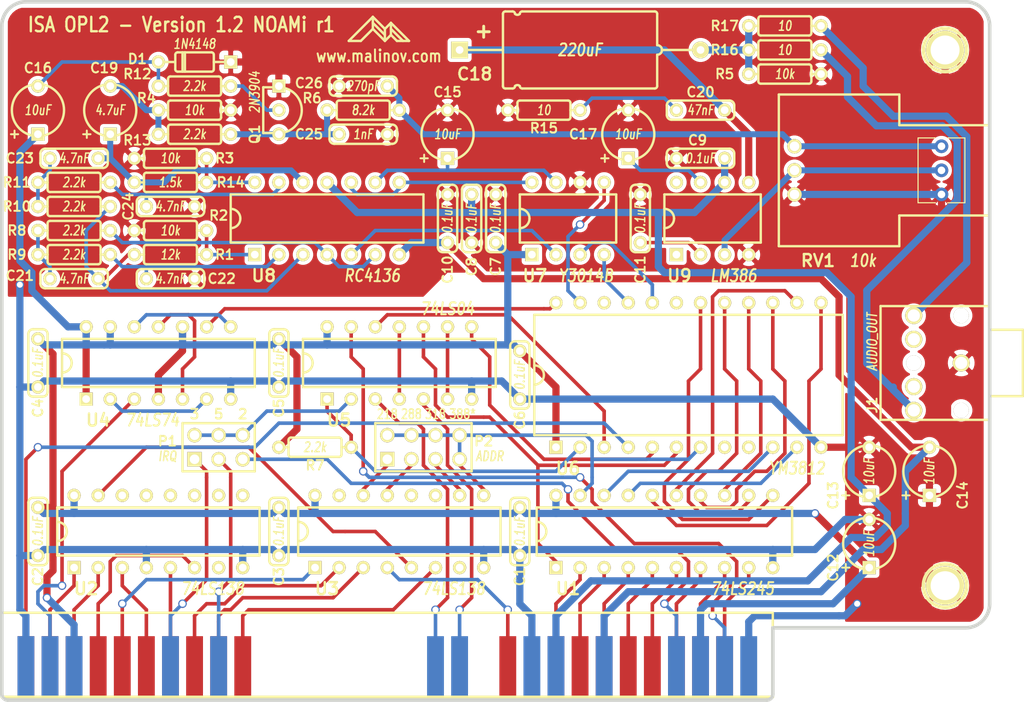
<source format=kicad_pcb>
(kicad_pcb (version 20171130) (host pcbnew "(5.1.8)-1")
  (title_block (date "27 sep 2012"))
  (layers (0 Front signal) (31 Back signal) (34 B.Paste user) (35 F.Paste user) (36 B.SilkS user) (37 F.SilkS user) (38 B.Mask user) (39 F.Mask user) (44 Edge.Cuts user))
  (net 0 "")
  (net 1 /0x218)
  (net 2 /0x288)
  (net 3 /0x318)
  (net 4 /0x388)
  (net 5 /A0)
  (net 6 /A1)
  (net 7 /A2)
  (net 8 /A3)
  (net 9 /A4)
  (net 10 /A5)
  (net 11 /A6)
  (net 12 /A7)
  (net 13 /A8)
  (net 14 /A9)
  (net 15 /AEN)
  (net 16 /AMP_IN)
  (net 17 /AMP_OUT)
  (net 18 /AUDIO_OUT)
  (net 19 /D0)
  (net 20 /D1)
  (net 21 /D2)
  (net 22 /D3)
  (net 23 /D4)
  (net 24 /D5)
  (net 25 /D6)
  (net 26 /D7)
  (net 27 /DAC_CLK)
  (net 28 /DAC_DATA)
  (net 29 /DAC_SYNC)
  (net 30 /DB0)
  (net 31 /DB1)
  (net 32 /DB2)
  (net 33 /DB3)
  (net 34 /DB4)
  (net 35 /DB5)
  (net 36 /DB6)
  (net 37 /DB7)
  (net 38 /FILTER_OUT)
  (net 39 /IRQ)
  (net 40 /IRQ2)
  (net 41 /IRQ3)
  (net 42 /IRQ5)
  (net 43 /LEFT)
  (net 44 /MCLK)
  (net 45 /OSC)
  (net 46 /RC1)
  (net 47 /RC2)
  (net 48 /RC3)
  (net 49 /RESET)
  (net 50 /RIGHT)
  (net 51 /~IOR)
  (net 52 /~IOW)
  (net 53 /~IRQ)
  (net 54 /~READ)
  (net 55 /~RESET)
  (net 56 /~WRITE)
  (net 57 GND)
  (net 58 VCC)
  (net 59 VDD)
  (net 60 VSS)
  (net 61 "Net-(C11-Pad1)")
  (net 62 "Net-(C15-Pad1)")
  (net 63 "Net-(C16-Pad2)")
  (net 64 "Net-(C17-Pad1)")
  (net 65 "Net-(C20-Pad2)")
  (net 66 "Net-(C21-Pad1)")
  (net 67 "Net-(C21-Pad2)")
  (net 68 "Net-(C22-Pad1)")
  (net 69 "Net-(C23-Pad1)")
  (net 70 "Net-(C24-Pad1)")
  (net 71 "Net-(J1-Pad3)")
  (net 72 "Net-(J1-Pad4)")
  (net 73 "Net-(Q1-Pad2)")
  (net 74 "Net-(R1-Pad2)")
  (net 75 "Net-(R14-Pad2)")
  (net 76 "Net-(R8-Pad2)")
  (net 77 "Net-(U2-Pad7)")
  (net 78 "Net-(U2-Pad9)")
  (net 79 "Net-(U2-Pad10)")
  (net 80 "Net-(U2-Pad11)")
  (net 81 "Net-(U2-Pad12)")
  (net 82 "Net-(U2-Pad13)")
  (net 83 "Net-(U2-Pad14)")
  (net 84 "Net-(U2-Pad15)")
  (net 85 "Net-(U3-Pad7)")
  (net 86 "Net-(U3-Pad11)")
  (net 87 "Net-(U3-Pad12)")
  (net 88 "Net-(U3-Pad15)")
  (net 89 "Net-(U4-Pad2)")
  (net 90 "Net-(U4-Pad11)")
  (net 91 "Net-(U4-Pad12)")
  (net 92 "Net-(U5-Pad11)")
  (net 93 "Net-(U5-Pad6)")
  (net 94 "Net-(U7-Pad2)")
  (net 95 "Net-(U7-Pad8)")
  (net 96 "Net-(U9-Pad1)")
  (net 97 "Net-(U9-Pad8)")
  (module BUS_PC (layer Front) (at 142.24 120.3325)
    (fp_text reference BUS1 hide)
    (fp_text value BUSPC hide)
    (pad 1 connect rect (at 38.1 0.6) (size 1.778 6.42) (layers Back B.Mask) (net 57 GND))
    (pad 2 connect rect (at 35.56 0.6) (size 1.778 6.42) (layers Back B.Mask) (net 49 /RESET))
    (pad 3 connect rect (at 33.02 0.6) (size 1.778 6.42) (layers Back B.Mask) (net 58 VCC))
    (pad 4 connect rect (at 30.48 0.6) (size 1.778 6.42) (layers Back B.Mask) (net 40 /IRQ2))
    (pad 7 connect rect (at 22.86 0.6) (size 1.778 6.42) (layers Back B.Mask) (net 60 VSS))
    (pad 9 connect rect (at 17.78 0.6) (size 1.778 6.42) (layers Back B.Mask) (net 59 VDD))
    (pad 10 connect rect (at 15.24 0.6) (size 1.778 6.42) (layers Back B.Mask) (net 57 GND))
    (pad 13 connect rect (at 7.62 0.6) (size 1.778 6.42) (layers Back B.Mask) (net 52 /~IOW))
    (pad 14 connect rect (at 5.08 0.6) (size 1.778 6.42) (layers Back B.Mask) (net 51 /~IOR))
    (pad 23 connect rect (at -17.78 0.6) (size 1.778 6.42) (layers Back B.Mask) (net 42 /IRQ5))
    (pad 25 connect rect (at -22.86 0.6) (size 1.778 6.42) (layers Back B.Mask) (net 41 /IRQ3))
    (pad 29 connect rect (at -33.02 0.6) (size 1.778 6.42) (layers Back B.Mask) (net 58 VCC))
    (pad 30 connect rect (at -35.56 0.6) (size 1.778 6.42) (layers Back B.Mask) (net 45 /OSC))
    (pad 31 connect rect (at -38.1 0.6) (size 1.778 6.42) (layers Back B.Mask) (net 57 GND))
    (pad 33 connect rect (at 35.56 0.6) (size 1.778 6.42) (layers Front F.Mask) (net 26 /D7))
    (pad 34 connect rect (at 33.02 0.6) (size 1.778 6.42) (layers Front F.Mask) (net 25 /D6))
    (pad 35 connect rect (at 30.48 0.6) (size 1.778 6.42) (layers Front F.Mask) (net 24 /D5))
    (pad 36 connect rect (at 27.94 0.6) (size 1.778 6.42) (layers Front F.Mask) (net 23 /D4))
    (pad 37 connect rect (at 25.4 0.6) (size 1.778 6.42) (layers Front F.Mask) (net 22 /D3))
    (pad 38 connect rect (at 22.86 0.6) (size 1.778 6.42) (layers Front F.Mask) (net 21 /D2))
    (pad 39 connect rect (at 20.32 0.6) (size 1.778 6.42) (layers Front F.Mask) (net 20 /D1))
    (pad 40 connect rect (at 17.78 0.6) (size 1.778 6.42) (layers Front F.Mask) (net 19 /D0))
    (pad 42 connect rect (at 12.7 0.6) (size 1.778 6.42) (layers Front F.Mask) (net 15 /AEN))
    (pad 53 connect rect (at -15.24 0.6) (size 1.778 6.42) (layers Front F.Mask) (net 14 /A9))
    (pad 54 connect rect (at -17.78 0.6) (size 1.778 6.42) (layers Front F.Mask) (net 13 /A8))
    (pad 55 connect rect (at -20.32 0.6) (size 1.778 6.42) (layers Front F.Mask) (net 12 /A7))
    (pad 56 connect rect (at -22.86 0.6) (size 1.778 6.42) (layers Front F.Mask) (net 11 /A6))
    (pad 57 connect rect (at -25.4 0.6) (size 1.778 6.42) (layers Front F.Mask) (net 10 /A5))
    (pad 58 connect rect (at -27.94 0.6) (size 1.778 6.42) (layers Front F.Mask) (net 9 /A4))
    (pad 59 connect rect (at -30.48 0.6) (size 1.778 6.42) (layers Front F.Mask) (net 8 /A3))
    (pad 60 connect rect (at -33.02 0.6) (size 1.778 6.42) (layers Front F.Mask) (net 7 /A2))
    (pad 61 connect rect (at -35.56 0.6) (size 1.778 6.42) (layers Front F.Mask) (net 6 /A1))
    (pad 62 connect rect (at -38.1 0.6) (size 1.778 6.42) (layers Front F.Mask) (net 5 /A0))
  )
  (module HOLE_3MM (layer Front) (at 201.041 55.88)
    (fp_text reference HOLE1 hide)
    (fp_text value CONN_1 hide)
    (pad 1 thru_hole circle (at 0 0) (size 4.064 4.064) (drill 3.048) (layers *.Cu *.Mask F.SilkS) (net 57 GND))
  )
  (module HOLE_3MM (layer Front) (at 201.041 112.395)
    (fp_text reference HOLE2 hide)
    (fp_text value CONN_1 hide)
    (pad 1 thru_hole circle (at 0 0) (size 4.064 4.064) (drill 3.048) (layers *.Cu *.Mask F.SilkS) (net 57 GND))
  )
  (module PHONE3_5_STEREO (layer Front) (at 205.74 88.9 270)
    (fp_text reference J1 (at 4.445 12.3825 270) (layer F.SilkS) (effects (font (size 1.016 1.016) (thickness 0.2032))))
    (fp_text value AUDIO_OUT (at -2.2225 12.3825 270) (layer F.SilkS) (effects (font (size 1.016 0.762) (thickness 0.1524) italic)))
    (pad 1 thru_hole circle (at 0 2.99974 270) (size 1.80086 1.80086) (drill 1.30048) (layers *.Cu *.Mask F.SilkS) (net 57 GND))
    (pad 2 thru_hole circle (at -5.00126 8.001 270) (size 1.80086 1.80086) (drill 1.30048) (layers *.Cu *.Mask F.SilkS) (net 50 /RIGHT))
    (pad 3 thru_hole circle (at -2.49936 8.001 270) (size 1.80086 1.80086) (drill 1.30048) (layers *.Cu *.Mask F.SilkS) (net 71 "Net-(J1-Pad3)"))
    (pad 4 thru_hole circle (at 2.49936 8.001 270) (size 1.80086 1.80086) (drill 1.30048) (layers *.Cu *.Mask F.SilkS) (net 72 "Net-(J1-Pad4)"))
    (pad 5 thru_hole circle (at 5.00126 8.001 270) (size 1.80086 1.80086) (drill 1.30048) (layers *.Cu *.Mask F.SilkS) (net 43 /LEFT))
    (pad "" thru_hole circle (at 0 8.001 270) (size 1.6002 1.6002) (drill 1.6002) (layers *.Cu *.Mask F.SilkS))
    (pad "" thru_hole circle (at -5.00126 2.99974 270) (size 1.6002 1.6002) (drill 1.6002) (layers *.Cu *.Mask F.SilkS))
    (pad "" thru_hole circle (at 5.00126 2.99974 270) (size 1.6002 1.6002) (drill 1.6002) (layers *.Cu *.Mask F.SilkS))
  )
  (module Cap_Cer_504 (layer Front) (at 156.21 106.68 270)
    (fp_text reference C1 (at 4.7625 0 270) (layer F.SilkS) (effects (font (size 1.016 1.016) (thickness 0.2032))))
    (fp_text value 0.1uF (at 0 0 270) (layer F.SilkS) (effects (font (size 1.016 0.762) (thickness 0.1524) italic)))
    (pad 1 thru_hole circle (at -2.54 0 270) (size 1.397 1.397) (drill 0.8128) (layers *.Cu *.Mask F.SilkS) (net 58 VCC))
    (pad 2 thru_hole circle (at 2.54 0 270) (size 1.397 1.397) (drill 0.8128) (layers *.Cu *.Mask F.SilkS) (net 57 GND))
  )
  (module Cap_Cer_504 (layer Front) (at 105.41 106.68 270)
    (fp_text reference C2 (at 4.7625 0 270) (layer F.SilkS) (effects (font (size 1.016 1.016) (thickness 0.2032))))
    (fp_text value 0.1uF (at 0 0 270) (layer F.SilkS) (effects (font (size 1.016 0.762) (thickness 0.1524) italic)))
    (pad 1 thru_hole circle (at -2.54 0 270) (size 1.397 1.397) (drill 0.8128) (layers *.Cu *.Mask F.SilkS) (net 58 VCC))
    (pad 2 thru_hole circle (at 2.54 0 270) (size 1.397 1.397) (drill 0.8128) (layers *.Cu *.Mask F.SilkS) (net 57 GND))
  )
  (module Cap_Cer_504 (layer Front) (at 105.41 88.9 270)
    (fp_text reference C4 (at 4.7625 0 270) (layer F.SilkS) (effects (font (size 1.016 1.016) (thickness 0.2032))))
    (fp_text value 0.1uF (at 0 0 270) (layer F.SilkS) (effects (font (size 1.016 0.762) (thickness 0.1524) italic)))
    (pad 1 thru_hole circle (at -2.54 0 270) (size 1.397 1.397) (drill 0.8128) (layers *.Cu *.Mask F.SilkS) (net 58 VCC))
    (pad 2 thru_hole circle (at 2.54 0 270) (size 1.397 1.397) (drill 0.8128) (layers *.Cu *.Mask F.SilkS) (net 57 GND))
  )
  (module Cap_Cer_504 (layer Front) (at 130.81 88.9 270)
    (fp_text reference C5 (at 4.7625 0 270) (layer F.SilkS) (effects (font (size 1.016 1.016) (thickness 0.2032))))
    (fp_text value 0.1uF (at 0 0 270) (layer F.SilkS) (effects (font (size 1.016 0.762) (thickness 0.1524) italic)))
    (pad 1 thru_hole circle (at -2.54 0 270) (size 1.397 1.397) (drill 0.8128) (layers *.Cu *.Mask F.SilkS) (net 58 VCC))
    (pad 2 thru_hole circle (at 2.54 0 270) (size 1.397 1.397) (drill 0.8128) (layers *.Cu *.Mask F.SilkS) (net 57 GND))
  )
  (module Cap_Cer_504 (layer Front) (at 156.21 90.17 270)
    (fp_text reference C6 (at 4.7625 0 270) (layer F.SilkS) (effects (font (size 1.016 1.016) (thickness 0.2032))))
    (fp_text value 0.1uF (at 0 0 270) (layer F.SilkS) (effects (font (size 1.016 0.762) (thickness 0.1524) italic)))
    (pad 1 thru_hole circle (at -2.54 0 270) (size 1.397 1.397) (drill 0.8128) (layers *.Cu *.Mask F.SilkS) (net 58 VCC))
    (pad 2 thru_hole circle (at 2.54 0 270) (size 1.397 1.397) (drill 0.8128) (layers *.Cu *.Mask F.SilkS) (net 57 GND))
  )
  (module Cap_Cer_504 (layer Front) (at 153.67 73.66 90)
    (fp_text reference C7 (at -5.08 0 90) (layer F.SilkS) (effects (font (size 1.016 1.016) (thickness 0.2032))))
    (fp_text value 0.1uF (at 0 0 90) (layer F.SilkS) (effects (font (size 1.016 0.762) (thickness 0.1524) italic)))
    (pad 1 thru_hole circle (at -2.54 0 90) (size 1.397 1.397) (drill 0.8128) (layers *.Cu *.Mask F.SilkS) (net 58 VCC))
    (pad 2 thru_hole circle (at 2.54 0 90) (size 1.397 1.397) (drill 0.8128) (layers *.Cu *.Mask F.SilkS) (net 57 GND))
  )
  (module Cap_Cer_504 (layer Front) (at 151.13 73.66 270)
    (fp_text reference C8 (at 5.08 0 270) (layer F.SilkS) (effects (font (size 1.016 1.016) (thickness 0.2032))))
    (fp_text value 0.1uF (at 0 0 270) (layer F.SilkS) (effects (font (size 1.016 0.762) (thickness 0.1524) italic)))
    (pad 1 thru_hole circle (at -2.54 0 270) (size 1.397 1.397) (drill 0.8128) (layers *.Cu *.Mask F.SilkS) (net 59 VDD))
    (pad 2 thru_hole circle (at 2.54 0 270) (size 1.397 1.397) (drill 0.8128) (layers *.Cu *.Mask F.SilkS) (net 57 GND))
  )
  (module Cap_Cer_504 (layer Front) (at 175.26 67.31 180)
    (fp_text reference C9 (at 0.3175 1.905 180) (layer F.SilkS) (effects (font (size 1.016 1.016) (thickness 0.2032))))
    (fp_text value 0.1uF (at 0 0 180) (layer F.SilkS) (effects (font (size 1.016 0.762) (thickness 0.1524) italic)))
    (pad 1 thru_hole circle (at -2.54 0 180) (size 1.397 1.397) (drill 0.8128) (layers *.Cu *.Mask F.SilkS) (net 59 VDD))
    (pad 2 thru_hole circle (at 2.54 0 180) (size 1.397 1.397) (drill 0.8128) (layers *.Cu *.Mask F.SilkS) (net 57 GND))
  )
  (module Cap_Tant_504 (layer Front) (at 148.59 64.77 90)
    (fp_text reference C15 (at 4.445 0 180) (layer F.SilkS) (effects (font (size 1.016 1.016) (thickness 0.2032))))
    (fp_text value 10uF (at 0 0 180) (layer F.SilkS) (effects (font (size 1.016 0.762) (thickness 0.1524) italic)))
    (fp_text user + (at -2.54 -2.54 90) (layer F.SilkS) (effects (font (size 1.016 1.016) (thickness 0.2032))))
    (pad 1 thru_hole rect (at -2.54 0 90) (size 1.397 1.397) (drill 0.8128) (layers *.Cu *.Mask F.SilkS) (net 62 "Net-(C15-Pad1)"))
    (pad 2 thru_hole circle (at 2.54 0 90) (size 1.397 1.397) (drill 0.8128) (layers *.Cu *.Mask F.SilkS) (net 57 GND))
  )
  (module Cap_Cer_504 (layer Front) (at 175.26 62.23 180)
    (fp_text reference C20 (at 0 1.905 180) (layer F.SilkS) (effects (font (size 1.016 1.016) (thickness 0.2032))))
    (fp_text value 47nF (at 0 0 180) (layer F.SilkS) (effects (font (size 1.016 0.762) (thickness 0.1524) italic)))
    (pad 1 thru_hole circle (at -2.54 0 180) (size 1.397 1.397) (drill 0.8128) (layers *.Cu *.Mask F.SilkS) (net 17 /AMP_OUT))
    (pad 2 thru_hole circle (at 2.54 0 180) (size 1.397 1.397) (drill 0.8128) (layers *.Cu *.Mask F.SilkS) (net 65 "Net-(C20-Pad2)"))
  )
  (module Cap_Cer_504 (layer Front) (at 119.38 72.39)
    (fp_text reference C24 (at -4.445 0 90) (layer F.SilkS) (effects (font (size 1.016 1.016) (thickness 0.2032))))
    (fp_text value 4.7nF (at 0 0) (layer F.SilkS) (effects (font (size 1.016 0.762) (thickness 0.1524) italic)))
    (pad 1 thru_hole circle (at -2.54 0) (size 1.397 1.397) (drill 0.8128) (layers *.Cu *.Mask F.SilkS) (net 70 "Net-(C24-Pad1)"))
    (pad 2 thru_hole circle (at 2.54 0) (size 1.397 1.397) (drill 0.8128) (layers *.Cu *.Mask F.SilkS) (net 57 GND))
  )
  (module Cap_Cer_504 (layer Front) (at 139.7 64.77 180)
    (fp_text reference C25 (at 5.715 0 180) (layer F.SilkS) (effects (font (size 1.016 1.016) (thickness 0.2032))))
    (fp_text value 1nF (at 0 0 180) (layer F.SilkS) (effects (font (size 1.016 0.762) (thickness 0.1524) italic)))
    (pad 1 thru_hole circle (at -2.54 0 180) (size 1.397 1.397) (drill 0.8128) (layers *.Cu *.Mask F.SilkS) (net 57 GND))
    (pad 2 thru_hole circle (at 2.54 0 180) (size 1.397 1.397) (drill 0.8128) (layers *.Cu *.Mask F.SilkS) (net 47 /RC2))
  )
  (module Cap_Cer_504 (layer Front) (at 139.7 59.69 180)
    (fp_text reference C26 (at 5.715 0.3175 180) (layer F.SilkS) (effects (font (size 1.016 1.016) (thickness 0.2032))))
    (fp_text value 270pF (at 0 0 180) (layer F.SilkS) (effects (font (size 1.016 0.762) (thickness 0.1524) italic)))
    (pad 1 thru_hole circle (at -2.54 0 180) (size 1.397 1.397) (drill 0.8128) (layers *.Cu *.Mask F.SilkS) (net 48 /RC3))
    (pad 2 thru_hole circle (at 2.54 0 180) (size 1.397 1.397) (drill 0.8128) (layers *.Cu *.Mask F.SilkS) (net 57 GND))
  )
  (module DIP16_300 (layer Front) (at 118.11 106.68)
    (fp_text reference U2 (at -7.62 6.0325) (layer F.SilkS) (effects (font (size 1.27 1.27) (thickness 0.254))))
    (fp_text value 74LS138 (at 5.715 6.0325) (layer F.SilkS) (effects (font (size 1.27 1.016) (thickness 0.2032) italic)))
    (pad 1 thru_hole rect (at -8.89 3.81) (size 1.397 1.397) (drill 0.8128) (layers *.Cu *.Mask F.SilkS) (net 6 /A1))
    (pad 2 thru_hole circle (at -6.35 3.81) (size 1.397 1.397) (drill 0.8128) (layers *.Cu *.Mask F.SilkS) (net 7 /A2))
    (pad 3 thru_hole circle (at -3.81 3.81) (size 1.397 1.397) (drill 0.8128) (layers *.Cu *.Mask F.SilkS) (net 10 /A5))
    (pad 4 thru_hole circle (at -1.27 3.81) (size 1.397 1.397) (drill 0.8128) (layers *.Cu *.Mask F.SilkS) (net 57 GND))
    (pad 5 thru_hole circle (at 1.27 3.81) (size 1.397 1.397) (drill 0.8128) (layers *.Cu *.Mask F.SilkS) (net 11 /A6))
    (pad 6 thru_hole circle (at 3.81 3.81) (size 1.397 1.397) (drill 0.8128) (layers *.Cu *.Mask F.SilkS) (net 8 /A3))
    (pad 7 thru_hole circle (at 6.35 3.81) (size 1.397 1.397) (drill 0.8128) (layers *.Cu *.Mask F.SilkS) (net 77 "Net-(U2-Pad7)"))
    (pad 8 thru_hole circle (at 8.89 3.81) (size 1.397 1.397) (drill 0.8128) (layers *.Cu *.Mask F.SilkS) (net 57 GND))
    (pad 9 thru_hole circle (at 8.89 -3.81) (size 1.397 1.397) (drill 0.8128) (layers *.Cu *.Mask F.SilkS) (net 78 "Net-(U2-Pad9)"))
    (pad 10 thru_hole circle (at 6.35 -3.81) (size 1.397 1.397) (drill 0.8128) (layers *.Cu *.Mask F.SilkS) (net 79 "Net-(U2-Pad10)"))
    (pad 11 thru_hole circle (at 3.81 -3.81) (size 1.397 1.397) (drill 0.8128) (layers *.Cu *.Mask F.SilkS) (net 80 "Net-(U2-Pad11)"))
    (pad 12 thru_hole circle (at 1.27 -3.81) (size 1.397 1.397) (drill 0.8128) (layers *.Cu *.Mask F.SilkS) (net 81 "Net-(U2-Pad12)"))
    (pad 13 thru_hole circle (at -1.27 -3.81) (size 1.397 1.397) (drill 0.8128) (layers *.Cu *.Mask F.SilkS) (net 82 "Net-(U2-Pad13)"))
    (pad 14 thru_hole circle (at -3.81 -3.81) (size 1.397 1.397) (drill 0.8128) (layers *.Cu *.Mask F.SilkS) (net 83 "Net-(U2-Pad14)"))
    (pad 15 thru_hole circle (at -6.35 -3.81) (size 1.397 1.397) (drill 0.8128) (layers *.Cu *.Mask F.SilkS) (net 84 "Net-(U2-Pad15)"))
    (pad 16 thru_hole circle (at -8.89 -3.81) (size 1.397 1.397) (drill 0.8128) (layers *.Cu *.Mask F.SilkS) (net 58 VCC))
  )
  (module DIP16_300 (layer Front) (at 143.51 106.68)
    (fp_text reference U3 (at -7.62 6.0325) (layer F.SilkS) (effects (font (size 1.27 1.27) (thickness 0.254))))
    (fp_text value 74LS138 (at 5.715 6.0325) (layer F.SilkS) (effects (font (size 1.27 1.016) (thickness 0.2032) italic)))
    (pad 1 thru_hole rect (at -8.89 3.81) (size 1.397 1.397) (drill 0.8128) (layers *.Cu *.Mask F.SilkS) (net 9 /A4))
    (pad 2 thru_hole circle (at -6.35 3.81) (size 1.397 1.397) (drill 0.8128) (layers *.Cu *.Mask F.SilkS) (net 12 /A7))
    (pad 3 thru_hole circle (at -3.81 3.81) (size 1.397 1.397) (drill 0.8128) (layers *.Cu *.Mask F.SilkS) (net 13 /A8))
    (pad 4 thru_hole circle (at -1.27 3.81) (size 1.397 1.397) (drill 0.8128) (layers *.Cu *.Mask F.SilkS) (net 15 /AEN))
    (pad 5 thru_hole circle (at 1.27 3.81) (size 1.397 1.397) (drill 0.8128) (layers *.Cu *.Mask F.SilkS) (net 84 "Net-(U2-Pad15)"))
    (pad 6 thru_hole circle (at 3.81 3.81) (size 1.397 1.397) (drill 0.8128) (layers *.Cu *.Mask F.SilkS) (net 14 /A9))
    (pad 7 thru_hole circle (at 6.35 3.81) (size 1.397 1.397) (drill 0.8128) (layers *.Cu *.Mask F.SilkS) (net 85 "Net-(U3-Pad7)"))
    (pad 8 thru_hole circle (at 8.89 3.81) (size 1.397 1.397) (drill 0.8128) (layers *.Cu *.Mask F.SilkS) (net 57 GND))
    (pad 9 thru_hole circle (at 8.89 -3.81) (size 1.397 1.397) (drill 0.8128) (layers *.Cu *.Mask F.SilkS) (net 4 /0x388))
    (pad 10 thru_hole circle (at 6.35 -3.81) (size 1.397 1.397) (drill 0.8128) (layers *.Cu *.Mask F.SilkS) (net 3 /0x318))
    (pad 11 thru_hole circle (at 3.81 -3.81) (size 1.397 1.397) (drill 0.8128) (layers *.Cu *.Mask F.SilkS) (net 86 "Net-(U3-Pad11)"))
    (pad 12 thru_hole circle (at 1.27 -3.81) (size 1.397 1.397) (drill 0.8128) (layers *.Cu *.Mask F.SilkS) (net 87 "Net-(U3-Pad12)"))
    (pad 13 thru_hole circle (at -1.27 -3.81) (size 1.397 1.397) (drill 0.8128) (layers *.Cu *.Mask F.SilkS) (net 2 /0x288))
    (pad 14 thru_hole circle (at -3.81 -3.81) (size 1.397 1.397) (drill 0.8128) (layers *.Cu *.Mask F.SilkS) (net 1 /0x218))
    (pad 15 thru_hole circle (at -6.35 -3.81) (size 1.397 1.397) (drill 0.8128) (layers *.Cu *.Mask F.SilkS) (net 88 "Net-(U3-Pad15)"))
    (pad 16 thru_hole circle (at -8.89 -3.81) (size 1.397 1.397) (drill 0.8128) (layers *.Cu *.Mask F.SilkS) (net 58 VCC))
  )
  (module DIP14_300 (layer Front) (at 143.51 88.9)
    (fp_text reference U5 (at -6.35 6.0325) (layer F.SilkS) (effects (font (size 1.27 1.27) (thickness 0.254))))
    (fp_text value 74LS04 (at 5.08 -5.715) (layer F.SilkS) (effects (font (size 1.27 1.016) (thickness 0.2032) italic)))
    (pad 1 thru_hole rect (at -7.62 3.81) (size 1.397 1.397) (drill 0.8128) (layers *.Cu *.Mask F.SilkS) (net 53 /~IRQ))
    (pad 2 thru_hole circle (at -5.08 3.81) (size 1.397 1.397) (drill 0.8128) (layers *.Cu *.Mask F.SilkS) (net 39 /IRQ))
    (pad 3 thru_hole circle (at -2.54 3.81) (size 1.397 1.397) (drill 0.8128) (layers *.Cu *.Mask F.SilkS) (net 51 /~IOR))
    (pad 4 thru_hole circle (at 0 3.81) (size 1.397 1.397) (drill 0.8128) (layers *.Cu *.Mask F.SilkS) (net 92 "Net-(U5-Pad11)"))
    (pad 5 thru_hole circle (at 2.54 3.81) (size 1.397 1.397) (drill 0.8128) (layers *.Cu *.Mask F.SilkS) (net 52 /~IOW))
    (pad 6 thru_hole circle (at 5.08 3.81) (size 1.397 1.397) (drill 0.8128) (layers *.Cu *.Mask F.SilkS) (net 93 "Net-(U5-Pad6)"))
    (pad 7 thru_hole circle (at 7.62 3.81) (size 1.397 1.397) (drill 0.8128) (layers *.Cu *.Mask F.SilkS) (net 57 GND))
    (pad 8 thru_hole circle (at 7.62 -3.81) (size 1.397 1.397) (drill 0.8128) (layers *.Cu *.Mask F.SilkS) (net 56 /~WRITE))
    (pad 9 thru_hole circle (at 5.08 -3.81) (size 1.397 1.397) (drill 0.8128) (layers *.Cu *.Mask F.SilkS) (net 93 "Net-(U5-Pad6)"))
    (pad 10 thru_hole circle (at 2.54 -3.81) (size 1.397 1.397) (drill 0.8128) (layers *.Cu *.Mask F.SilkS) (net 54 /~READ))
    (pad 11 thru_hole circle (at 0 -3.81) (size 1.397 1.397) (drill 0.8128) (layers *.Cu *.Mask F.SilkS) (net 92 "Net-(U5-Pad11)"))
    (pad 12 thru_hole circle (at -2.54 -3.81) (size 1.397 1.397) (drill 0.8128) (layers *.Cu *.Mask F.SilkS) (net 55 /~RESET))
    (pad 13 thru_hole circle (at -5.08 -3.81) (size 1.397 1.397) (drill 0.8128) (layers *.Cu *.Mask F.SilkS) (net 49 /RESET))
    (pad 14 thru_hole circle (at -7.62 -3.81) (size 1.397 1.397) (drill 0.8128) (layers *.Cu *.Mask F.SilkS) (net 58 VCC))
  )
  (module DIP24_600 (layer Front) (at 173.99 90.17)
    (fp_text reference U6 (at -12.7 9.8425) (layer F.SilkS) (effects (font (size 1.27 1.27) (thickness 0.254))))
    (fp_text value YM3812 (at 11.43 9.8425) (layer F.SilkS) (effects (font (size 1.27 1.016) (thickness 0.2032) italic)))
    (pad 1 thru_hole rect (at -13.97 7.62) (size 1.397 1.397) (drill 0.8128) (layers *.Cu *.Mask F.SilkS) (net 58 VCC))
    (pad 2 thru_hole circle (at -11.43 7.62) (size 1.397 1.397) (drill 0.8128) (layers *.Cu *.Mask F.SilkS) (net 53 /~IRQ))
    (pad 3 thru_hole circle (at -8.89 7.62) (size 1.397 1.397) (drill 0.8128) (layers *.Cu *.Mask F.SilkS) (net 55 /~RESET))
    (pad 4 thru_hole circle (at -6.35 7.62) (size 1.397 1.397) (drill 0.8128) (layers *.Cu *.Mask F.SilkS) (net 5 /A0))
    (pad 5 thru_hole circle (at -3.81 7.62) (size 1.397 1.397) (drill 0.8128) (layers *.Cu *.Mask F.SilkS) (net 56 /~WRITE))
    (pad 6 thru_hole circle (at -1.27 7.62) (size 1.397 1.397) (drill 0.8128) (layers *.Cu *.Mask F.SilkS) (net 54 /~READ))
    (pad 7 thru_hole circle (at 1.27 7.62) (size 1.397 1.397) (drill 0.8128) (layers *.Cu *.Mask F.SilkS) (net 4 /0x388))
    (pad 8 thru_hole circle (at 3.81 7.62) (size 1.397 1.397) (drill 0.8128) (layers *.Cu *.Mask F.SilkS))
    (pad 9 thru_hole circle (at 6.35 7.62) (size 1.397 1.397) (drill 0.8128) (layers *.Cu *.Mask F.SilkS))
    (pad 10 thru_hole circle (at 8.89 7.62) (size 1.397 1.397) (drill 0.8128) (layers *.Cu *.Mask F.SilkS) (net 30 /DB0))
    (pad 11 thru_hole circle (at 11.43 7.62) (size 1.397 1.397) (drill 0.8128) (layers *.Cu *.Mask F.SilkS) (net 31 /DB1))
    (pad 12 thru_hole circle (at 13.97 7.62) (size 1.397 1.397) (drill 0.8128) (layers *.Cu *.Mask F.SilkS) (net 57 GND))
    (pad 13 thru_hole circle (at 13.97 -7.62) (size 1.397 1.397) (drill 0.8128) (layers *.Cu *.Mask F.SilkS) (net 32 /DB2))
    (pad 14 thru_hole circle (at 11.43 -7.62) (size 1.397 1.397) (drill 0.8128) (layers *.Cu *.Mask F.SilkS) (net 33 /DB3))
    (pad 15 thru_hole circle (at 8.89 -7.62) (size 1.397 1.397) (drill 0.8128) (layers *.Cu *.Mask F.SilkS) (net 34 /DB4))
    (pad 16 thru_hole circle (at 6.35 -7.62) (size 1.397 1.397) (drill 0.8128) (layers *.Cu *.Mask F.SilkS) (net 35 /DB5))
    (pad 17 thru_hole circle (at 3.81 -7.62) (size 1.397 1.397) (drill 0.8128) (layers *.Cu *.Mask F.SilkS) (net 36 /DB6))
    (pad 18 thru_hole circle (at 1.27 -7.62) (size 1.397 1.397) (drill 0.8128) (layers *.Cu *.Mask F.SilkS) (net 37 /DB7))
    (pad 19 thru_hole circle (at -1.27 -7.62) (size 1.397 1.397) (drill 0.8128) (layers *.Cu *.Mask F.SilkS))
    (pad 20 thru_hole circle (at -3.81 -7.62) (size 1.397 1.397) (drill 0.8128) (layers *.Cu *.Mask F.SilkS) (net 29 /DAC_SYNC))
    (pad 21 thru_hole circle (at -6.35 -7.62) (size 1.397 1.397) (drill 0.8128) (layers *.Cu *.Mask F.SilkS) (net 28 /DAC_DATA))
    (pad 22 thru_hole circle (at -8.89 -7.62) (size 1.397 1.397) (drill 0.8128) (layers *.Cu *.Mask F.SilkS))
    (pad 23 thru_hole circle (at -11.43 -7.62) (size 1.397 1.397) (drill 0.8128) (layers *.Cu *.Mask F.SilkS) (net 27 /DAC_CLK))
    (pad 24 thru_hole circle (at -13.97 -7.62) (size 1.397 1.397) (drill 0.8128) (layers *.Cu *.Mask F.SilkS) (net 44 /MCLK))
  )
  (module DIP8_300 (layer Front) (at 161.29 73.66)
    (fp_text reference U7 (at -3.4925 6.0325) (layer F.SilkS) (effects (font (size 1.27 1.27) (thickness 0.254))))
    (fp_text value Y3014B (at 1.905 6.0325) (layer F.SilkS) (effects (font (size 1.27 1.016) (thickness 0.2032) italic)))
    (pad 1 thru_hole rect (at -3.81 3.81) (size 1.397 1.397) (drill 0.8128) (layers *.Cu *.Mask F.SilkS) (net 58 VCC))
    (pad 2 thru_hole circle (at -1.27 3.81) (size 1.397 1.397) (drill 0.8128) (layers *.Cu *.Mask F.SilkS) (net 94 "Net-(U7-Pad2)"))
    (pad 3 thru_hole circle (at 1.27 3.81) (size 1.397 1.397) (drill 0.8128) (layers *.Cu *.Mask F.SilkS) (net 29 /DAC_SYNC))
    (pad 4 thru_hole circle (at 3.81 3.81) (size 1.397 1.397) (drill 0.8128) (layers *.Cu *.Mask F.SilkS) (net 28 /DAC_DATA))
    (pad 5 thru_hole circle (at 3.81 -3.81) (size 1.397 1.397) (drill 0.8128) (layers *.Cu *.Mask F.SilkS) (net 27 /DAC_CLK))
    (pad 6 thru_hole circle (at 1.27 -3.81) (size 1.397 1.397) (drill 0.8128) (layers *.Cu *.Mask F.SilkS) (net 57 GND))
    (pad 7 thru_hole circle (at -1.27 -3.81) (size 1.397 1.397) (drill 0.8128) (layers *.Cu *.Mask F.SilkS) (net 62 "Net-(C15-Pad1)"))
    (pad 8 thru_hole circle (at -3.81 -3.81) (size 1.397 1.397) (drill 0.8128) (layers *.Cu *.Mask F.SilkS) (net 95 "Net-(U7-Pad8)"))
  )
  (module DIP14_300 (layer Front) (at 135.89 73.66)
    (fp_text reference U8 (at -6.6675 6.0325) (layer F.SilkS) (effects (font (size 1.27 1.27) (thickness 0.254))))
    (fp_text value RC4136 (at 4.7625 6.0325) (layer F.SilkS) (effects (font (size 1.27 1.016) (thickness 0.2032) italic)))
    (pad 1 thru_hole rect (at -7.62 3.81) (size 1.397 1.397) (drill 0.8128) (layers *.Cu *.Mask F.SilkS) (net 74 "Net-(R1-Pad2)"))
    (pad 2 thru_hole circle (at -5.08 3.81) (size 1.397 1.397) (drill 0.8128) (layers *.Cu *.Mask F.SilkS) (net 68 "Net-(C22-Pad1)"))
    (pad 3 thru_hole circle (at -2.54 3.81) (size 1.397 1.397) (drill 0.8128) (layers *.Cu *.Mask F.SilkS) (net 67 "Net-(C21-Pad2)"))
    (pad 4 thru_hole circle (at 0 3.81) (size 1.397 1.397) (drill 0.8128) (layers *.Cu *.Mask F.SilkS) (net 76 "Net-(R8-Pad2)"))
    (pad 5 thru_hole circle (at 2.54 3.81) (size 1.397 1.397) (drill 0.8128) (layers *.Cu *.Mask F.SilkS) (net 94 "Net-(U7-Pad2)"))
    (pad 6 thru_hole circle (at 5.08 3.81) (size 1.397 1.397) (drill 0.8128) (layers *.Cu *.Mask F.SilkS) (net 76 "Net-(R8-Pad2)"))
    (pad 7 thru_hole circle (at 7.62 3.81) (size 1.397 1.397) (drill 0.8128) (layers *.Cu *.Mask F.SilkS) (net 60 VSS))
    (pad 8 thru_hole circle (at 7.62 -3.81) (size 1.397 1.397) (drill 0.8128) (layers *.Cu *.Mask F.SilkS) (net 95 "Net-(U7-Pad8)"))
    (pad 9 thru_hole circle (at 5.08 -3.81) (size 1.397 1.397) (drill 0.8128) (layers *.Cu *.Mask F.SilkS) (net 62 "Net-(C15-Pad1)"))
    (pad 10 thru_hole circle (at 2.54 -3.81) (size 1.397 1.397) (drill 0.8128) (layers *.Cu *.Mask F.SilkS) (net 95 "Net-(U7-Pad8)"))
    (pad 11 thru_hole circle (at 0 -3.81) (size 1.397 1.397) (drill 0.8128) (layers *.Cu *.Mask F.SilkS) (net 59 VDD))
    (pad 12 thru_hole circle (at -2.54 -3.81) (size 1.397 1.397) (drill 0.8128) (layers *.Cu *.Mask F.SilkS) (net 38 /FILTER_OUT))
    (pad 13 thru_hole circle (at -5.08 -3.81) (size 1.397 1.397) (drill 0.8128) (layers *.Cu *.Mask F.SilkS) (net 70 "Net-(C24-Pad1)"))
    (pad 14 thru_hole circle (at -7.62 -3.81) (size 1.397 1.397) (drill 0.8128) (layers *.Cu *.Mask F.SilkS) (net 75 "Net-(R14-Pad2)"))
  )
  (module DIP8_300 (layer Front) (at 176.53 73.66)
    (fp_text reference U9 (at -3.4925 6.0325) (layer F.SilkS) (effects (font (size 1.27 1.27) (thickness 0.254))))
    (fp_text value LM386 (at 2.2225 6.0325) (layer F.SilkS) (effects (font (size 1.27 1.016) (thickness 0.2032) italic)))
    (pad 1 thru_hole rect (at -3.81 3.81) (size 1.397 1.397) (drill 0.8128) (layers *.Cu *.Mask F.SilkS) (net 96 "Net-(U9-Pad1)"))
    (pad 2 thru_hole circle (at -1.27 3.81) (size 1.397 1.397) (drill 0.8128) (layers *.Cu *.Mask F.SilkS) (net 61 "Net-(C11-Pad1)"))
    (pad 3 thru_hole circle (at 1.27 3.81) (size 1.397 1.397) (drill 0.8128) (layers *.Cu *.Mask F.SilkS) (net 16 /AMP_IN))
    (pad 4 thru_hole circle (at 3.81 3.81) (size 1.397 1.397) (drill 0.8128) (layers *.Cu *.Mask F.SilkS) (net 57 GND))
    (pad 5 thru_hole circle (at 3.81 -3.81) (size 1.397 1.397) (drill 0.8128) (layers *.Cu *.Mask F.SilkS) (net 17 /AMP_OUT))
    (pad 6 thru_hole circle (at 1.27 -3.81) (size 1.397 1.397) (drill 0.8128) (layers *.Cu *.Mask F.SilkS) (net 59 VDD))
    (pad 7 thru_hole circle (at -1.27 -3.81) (size 1.397 1.397) (drill 0.8128) (layers *.Cu *.Mask F.SilkS) (net 64 "Net-(C17-Pad1)"))
    (pad 8 thru_hole circle (at -3.81 -3.81) (size 1.397 1.397) (drill 0.8128) (layers *.Cu *.Mask F.SilkS) (net 97 "Net-(U9-Pad8)"))
  )
  (module Cap_Elec_Axial_254 (layer Front) (at 162.56 55.88)
    (fp_text reference C18 (at -11.1125 2.54) (layer F.SilkS) (effects (font (size 1.27 1.27) (thickness 0.254))))
    (fp_text value 220uF (at 0 0) (layer F.SilkS) (effects (font (size 1.27 1.016) (thickness 0.2032) italic)))
    (fp_text user + (at -10.16 -2.032) (layer F.SilkS) (effects (font (size 1.524 1.524) (thickness 0.3048))))
    (pad 2 thru_hole circle (at 12.7 0) (size 1.778 1.778) (drill 0.8128) (layers *.Cu *.Mask F.SilkS) (net 18 /AUDIO_OUT))
    (pad 1 thru_hole rect (at -12.7 0) (size 1.778 1.778) (drill 0.8128) (layers *.Cu *.Mask F.SilkS) (net 17 /AMP_OUT))
  )
  (module Diode_762 (layer Front) (at 121.92 57.15 180)
    (fp_text reference D1 (at 6.0325 0.3175 180) (layer F.SilkS) (effects (font (size 1.016 1.016) (thickness 0.2032))))
    (fp_text value 1N4148 (at 0 1.905 180) (layer F.SilkS) (effects (font (size 1.016 0.762) (thickness 0.1524) italic)))
    (pad 2 thru_hole circle (at 3.81 0 180) (size 1.397 1.397) (drill 0.8128) (layers *.Cu *.Mask F.SilkS) (net 63 "Net-(C16-Pad2)"))
    (pad 1 thru_hole rect (at -3.81 0 180) (size 1.397 1.397) (drill 0.8128) (layers *.Cu *.Mask F.SilkS) (net 57 GND))
  )
  (module Res_762 (layer Front) (at 119.38 77.47)
    (fp_text reference R1 (at 5.715 0) (layer F.SilkS) (effects (font (size 1.016 1.016) (thickness 0.2032))))
    (fp_text value 12k (at 0 0) (layer F.SilkS) (effects (font (size 1.016 0.762) (thickness 0.1524) italic)))
    (pad 1 thru_hole circle (at -3.81 0) (size 1.397 1.397) (drill 0.8128) (layers *.Cu *.Mask F.SilkS) (net 67 "Net-(C21-Pad2)"))
    (pad 2 thru_hole circle (at 3.81 0) (size 1.397 1.397) (drill 0.8128) (layers *.Cu *.Mask F.SilkS) (net 74 "Net-(R1-Pad2)"))
  )
  (module Res_762 (layer Front) (at 119.38 74.93)
    (fp_text reference R2 (at 5.08 -1.5875) (layer F.SilkS) (effects (font (size 1.016 1.016) (thickness 0.2032))))
    (fp_text value 10k (at 0 0) (layer F.SilkS) (effects (font (size 1.016 0.762) (thickness 0.1524) italic)))
    (pad 1 thru_hole circle (at -3.81 0) (size 1.397 1.397) (drill 0.8128) (layers *.Cu *.Mask F.SilkS) (net 57 GND))
    (pad 2 thru_hole circle (at 3.81 0) (size 1.397 1.397) (drill 0.8128) (layers *.Cu *.Mask F.SilkS) (net 74 "Net-(R1-Pad2)"))
  )
  (module Res_762 (layer Front) (at 119.38 67.31)
    (fp_text reference R3 (at 5.715 0) (layer F.SilkS) (effects (font (size 1.016 1.016) (thickness 0.2032))))
    (fp_text value 10k (at 0 0) (layer F.SilkS) (effects (font (size 1.016 0.762) (thickness 0.1524) italic)))
    (pad 1 thru_hole circle (at -3.81 0) (size 1.397 1.397) (drill 0.8128) (layers *.Cu *.Mask F.SilkS) (net 57 GND))
    (pad 2 thru_hole circle (at 3.81 0) (size 1.397 1.397) (drill 0.8128) (layers *.Cu *.Mask F.SilkS) (net 75 "Net-(R14-Pad2)"))
  )
  (module Res_762 (layer Front) (at 121.92 62.23)
    (fp_text reference R4 (at -5.08 -1.27) (layer F.SilkS) (effects (font (size 1.016 1.016) (thickness 0.2032))))
    (fp_text value 10k (at 0 0) (layer F.SilkS) (effects (font (size 1.016 0.762) (thickness 0.1524) italic)))
    (pad 1 thru_hole circle (at -3.81 0) (size 1.397 1.397) (drill 0.8128) (layers *.Cu *.Mask F.SilkS) (net 46 /RC1))
    (pad 2 thru_hole circle (at 3.81 0) (size 1.397 1.397) (drill 0.8128) (layers *.Cu *.Mask F.SilkS) (net 57 GND))
  )
  (module Res_762 (layer Front) (at 184.15 58.42)
    (fp_text reference R5 (at -6.35 0) (layer F.SilkS) (effects (font (size 1.016 1.016) (thickness 0.2032))))
    (fp_text value 10k (at 0 0) (layer F.SilkS) (effects (font (size 1.016 0.762) (thickness 0.1524) italic)))
    (pad 1 thru_hole circle (at -3.81 0) (size 1.397 1.397) (drill 0.8128) (layers *.Cu *.Mask F.SilkS) (net 18 /AUDIO_OUT))
    (pad 2 thru_hole circle (at 3.81 0) (size 1.397 1.397) (drill 0.8128) (layers *.Cu *.Mask F.SilkS) (net 57 GND))
  )
  (module Res_762 (layer Front) (at 139.7 62.23 180)
    (fp_text reference R6 (at 5.3975 1.27 180) (layer F.SilkS) (effects (font (size 1.016 1.016) (thickness 0.2032))))
    (fp_text value 8.2k (at 0 0 180) (layer F.SilkS) (effects (font (size 1.016 0.762) (thickness 0.1524) italic)))
    (pad 1 thru_hole circle (at -3.81 0 180) (size 1.397 1.397) (drill 0.8128) (layers *.Cu *.Mask F.SilkS) (net 48 /RC3))
    (pad 2 thru_hole circle (at 3.81 0 180) (size 1.397 1.397) (drill 0.8128) (layers *.Cu *.Mask F.SilkS) (net 47 /RC2))
  )
  (module Res_762 (layer Front) (at 134.62 97.79)
    (fp_text reference R7 (at 0 1.905) (layer F.SilkS) (effects (font (size 1.016 1.016) (thickness 0.2032))))
    (fp_text value 2.2k (at 0 0) (layer F.SilkS) (effects (font (size 1.016 0.762) (thickness 0.1524) italic)))
    (pad 1 thru_hole circle (at -3.81 0) (size 1.397 1.397) (drill 0.8128) (layers *.Cu *.Mask F.SilkS) (net 58 VCC))
    (pad 2 thru_hole circle (at 3.81 0) (size 1.397 1.397) (drill 0.8128) (layers *.Cu *.Mask F.SilkS) (net 53 /~IRQ))
  )
  (module Res_762 (layer Front) (at 109.22 74.93)
    (fp_text reference R8 (at -6.0325 0) (layer F.SilkS) (effects (font (size 1.016 1.016) (thickness 0.2032))))
    (fp_text value 2.2k (at 0 2.54) (layer F.SilkS) (effects (font (size 1.016 0.762) (thickness 0.1524) italic)))
    (pad 1 thru_hole circle (at -3.81 0) (size 1.397 1.397) (drill 0.8128) (layers *.Cu *.Mask F.SilkS) (net 66 "Net-(C21-Pad1)"))
    (pad 2 thru_hole circle (at 3.81 0) (size 1.397 1.397) (drill 0.8128) (layers *.Cu *.Mask F.SilkS) (net 76 "Net-(R8-Pad2)"))
  )
  (module Res_762 (layer Front) (at 109.22 77.47 180)
    (fp_text reference R9 (at 6.0325 0 180) (layer F.SilkS) (effects (font (size 1.016 1.016) (thickness 0.2032))))
    (fp_text value 2.2k (at 0 2.54 180) (layer F.SilkS) (effects (font (size 1.016 0.762) (thickness 0.1524) italic)))
    (pad 1 thru_hole circle (at -3.81 0 180) (size 1.397 1.397) (drill 0.8128) (layers *.Cu *.Mask F.SilkS) (net 68 "Net-(C22-Pad1)"))
    (pad 2 thru_hole circle (at 3.81 0 180) (size 1.397 1.397) (drill 0.8128) (layers *.Cu *.Mask F.SilkS) (net 66 "Net-(C21-Pad1)"))
  )
  (module Res_762 (layer Front) (at 109.22 72.39)
    (fp_text reference R10 (at -6.0325 0) (layer F.SilkS) (effects (font (size 1.016 1.016) (thickness 0.2032))))
    (fp_text value 2.2k (at 0 0) (layer F.SilkS) (effects (font (size 1.016 0.762) (thickness 0.1524) italic)))
    (pad 1 thru_hole circle (at -3.81 0) (size 1.397 1.397) (drill 0.8128) (layers *.Cu *.Mask F.SilkS) (net 69 "Net-(C23-Pad1)"))
    (pad 2 thru_hole circle (at 3.81 0) (size 1.397 1.397) (drill 0.8128) (layers *.Cu *.Mask F.SilkS) (net 67 "Net-(C21-Pad2)"))
  )
  (module Res_762 (layer Front) (at 109.22 69.85 180)
    (fp_text reference R11 (at 6.0325 0 180) (layer F.SilkS) (effects (font (size 1.016 1.016) (thickness 0.2032))))
    (fp_text value 2.2k (at 0 0 180) (layer F.SilkS) (effects (font (size 1.016 0.762) (thickness 0.1524) italic)))
    (pad 1 thru_hole circle (at -3.81 0 180) (size 1.397 1.397) (drill 0.8128) (layers *.Cu *.Mask F.SilkS) (net 70 "Net-(C24-Pad1)"))
    (pad 2 thru_hole circle (at 3.81 0 180) (size 1.397 1.397) (drill 0.8128) (layers *.Cu *.Mask F.SilkS) (net 69 "Net-(C23-Pad1)"))
  )
  (module Res_762 (layer Front) (at 121.92 59.69 180)
    (fp_text reference R12 (at 6.0325 1.27 180) (layer F.SilkS) (effects (font (size 1.016 1.016) (thickness 0.2032))))
    (fp_text value 2.2k (at 0 0 180) (layer F.SilkS) (effects (font (size 1.016 0.762) (thickness 0.1524) italic)))
    (pad 1 thru_hole circle (at -3.81 0 180) (size 1.397 1.397) (drill 0.8128) (layers *.Cu *.Mask F.SilkS) (net 73 "Net-(Q1-Pad2)"))
    (pad 2 thru_hole circle (at 3.81 0 180) (size 1.397 1.397) (drill 0.8128) (layers *.Cu *.Mask F.SilkS) (net 63 "Net-(C16-Pad2)"))
  )
  (module Res_762 (layer Front) (at 121.92 64.77 180)
    (fp_text reference R13 (at 6.0325 -0.635) (layer F.SilkS) (effects (font (size 1.016 1.016) (thickness 0.2032))))
    (fp_text value 2.2k (at 0 0 180) (layer F.SilkS) (effects (font (size 1.016 0.762) (thickness 0.1524) italic)))
    (pad 1 thru_hole circle (at -3.81 0 180) (size 1.397 1.397) (drill 0.8128) (layers *.Cu *.Mask F.SilkS) (net 47 /RC2))
    (pad 2 thru_hole circle (at 3.81 0 180) (size 1.397 1.397) (drill 0.8128) (layers *.Cu *.Mask F.SilkS) (net 46 /RC1))
  )
  (module Res_762 (layer Front) (at 158.75 62.23 180)
    (fp_text reference R15 (at 0 -1.905 180) (layer F.SilkS) (effects (font (size 1.016 1.016) (thickness 0.2032))))
    (fp_text value 10 (at 0 0 180) (layer F.SilkS) (effects (font (size 1.016 0.762) (thickness 0.1524) italic)))
    (pad 1 thru_hole circle (at -3.81 0 180) (size 1.397 1.397) (drill 0.8128) (layers *.Cu *.Mask F.SilkS) (net 65 "Net-(C20-Pad2)"))
    (pad 2 thru_hole circle (at 3.81 0 180) (size 1.397 1.397) (drill 0.8128) (layers *.Cu *.Mask F.SilkS) (net 57 GND))
  )
  (module Res_762 (layer Front) (at 184.15 55.88 180)
    (fp_text reference R16 (at 6.35 0 180) (layer F.SilkS) (effects (font (size 1.016 1.016) (thickness 0.2032))))
    (fp_text value 10 (at 0 0 180) (layer F.SilkS) (effects (font (size 1.016 0.762) (thickness 0.1524) italic)))
    (pad 1 thru_hole circle (at -3.81 0 180) (size 1.397 1.397) (drill 0.8128) (layers *.Cu *.Mask F.SilkS) (net 43 /LEFT))
    (pad 2 thru_hole circle (at 3.81 0 180) (size 1.397 1.397) (drill 0.8128) (layers *.Cu *.Mask F.SilkS) (net 18 /AUDIO_OUT))
  )
  (module Pin_Array_4X2 (layer Front) (at 146.05 97.79)
    (fp_text reference P2 (at 6.35 -0.635) (layer F.SilkS) (effects (font (size 1.016 1.016) (thickness 0.2032))))
    (fp_text value ADDR (at 6.985 0.9525) (layer F.SilkS) (effects (font (size 1.016 0.762) (thickness 0.1524) italic)))
    (pad 1 thru_hole rect (at -3.81 1.27) (size 1.524 1.524) (drill 1.016) (layers *.Cu *.Mask F.SilkS) (net 1 /0x218))
    (pad 2 thru_hole circle (at -3.81 -1.27) (size 1.524 1.524) (drill 1.016) (layers *.Cu *.Mask F.SilkS) (net 4 /0x388))
    (pad 3 thru_hole circle (at -1.27 1.27) (size 1.524 1.524) (drill 1.016) (layers *.Cu *.Mask F.SilkS) (net 2 /0x288))
    (pad 4 thru_hole circle (at -1.27 -1.27) (size 1.524 1.524) (drill 1.016) (layers *.Cu *.Mask F.SilkS) (net 4 /0x388))
    (pad 5 thru_hole circle (at 1.27 1.27) (size 1.524 1.524) (drill 1.016) (layers *.Cu *.Mask F.SilkS) (net 3 /0x318))
    (pad 6 thru_hole circle (at 1.27 -1.27) (size 1.524 1.524) (drill 1.016) (layers *.Cu *.Mask F.SilkS) (net 4 /0x388))
    (pad 7 thru_hole circle (at 3.81 1.27) (size 1.524 1.524) (drill 1.016) (layers *.Cu *.Mask F.SilkS) (net 4 /0x388))
    (pad 8 thru_hole circle (at 3.81 -1.27) (size 1.524 1.524) (drill 1.016) (layers *.Cu *.Mask F.SilkS) (net 4 /0x388))
  )
  (module Pin_Array_3X2 (layer Front) (at 124.46 97.79)
    (fp_text reference P1 (at -5.3975 -0.635) (layer F.SilkS) (effects (font (size 1.016 1.016) (thickness 0.2032))))
    (fp_text value IRQ (at -5.3975 0.9525) (layer F.SilkS) (effects (font (size 1.016 0.762) (thickness 0.1524) italic)))
    (pad 1 thru_hole rect (at -2.54 1.27) (size 1.524 1.524) (drill 1.016) (layers *.Cu *.Mask F.SilkS) (net 41 /IRQ3))
    (pad 2 thru_hole circle (at -2.54 -1.27) (size 1.524 1.524) (drill 1.016) (layers *.Cu *.Mask F.SilkS) (net 39 /IRQ))
    (pad 3 thru_hole circle (at 0 1.27) (size 1.524 1.524) (drill 1.016) (layers *.Cu *.Mask F.SilkS) (net 42 /IRQ5))
    (pad 4 thru_hole circle (at 0 -1.27) (size 1.524 1.524) (drill 1.016) (layers *.Cu *.Mask F.SilkS) (net 39 /IRQ))
    (pad 5 thru_hole circle (at 2.54 1.27) (size 1.524 1.524) (drill 1.016) (layers *.Cu *.Mask F.SilkS) (net 40 /IRQ2))
    (pad 6 thru_hole circle (at 2.54 -1.27) (size 1.524 1.524) (drill 1.016) (layers *.Cu *.Mask F.SilkS) (net 39 /IRQ))
  )
  (module TO92_EBC_254 (layer Front) (at 130.81 62.23 270)
    (fp_text reference Q1 (at 2.54 2.54 270) (layer F.SilkS) (effects (font (size 1.016 1.016) (thickness 0.2032))))
    (fp_text value 2N3904 (at -1.905 2.54 270) (layer F.SilkS) (effects (font (size 1.016 0.762) (thickness 0.1524) italic)))
    (pad 1 thru_hole rect (at -2.54 0 270) (size 1.397 1.397) (drill 0.8128) (layers *.Cu *.Mask F.SilkS) (net 57 GND))
    (pad 2 thru_hole circle (at 0 0 270) (size 1.397 1.397) (drill 0.8128) (layers *.Cu *.Mask F.SilkS) (net 73 "Net-(Q1-Pad2)"))
    (pad 3 thru_hole circle (at 2.54 0 270) (size 1.397 1.397) (drill 0.8128) (layers *.Cu *.Mask F.SilkS) (net 47 /RC2))
  )
  (module Res_762 (layer Front) (at 184.15 53.34 180)
    (fp_text reference R17 (at 6.35 0 180) (layer F.SilkS) (effects (font (size 1.016 1.016) (thickness 0.2032))))
    (fp_text value 10 (at 0 0 180) (layer F.SilkS) (effects (font (size 1.016 0.762) (thickness 0.1524) italic)))
    (pad 1 thru_hole circle (at -3.81 0 180) (size 1.397 1.397) (drill 0.8128) (layers *.Cu *.Mask F.SilkS) (net 50 /RIGHT))
    (pad 2 thru_hole circle (at 3.81 0 180) (size 1.397 1.397) (drill 0.8128) (layers *.Cu *.Mask F.SilkS) (net 18 /AUDIO_OUT))
  )
  (module BOURNS91A1 (layer Front) (at 196.215 68.58)
    (fp_text reference RV1 (at -8.5725 9.525) (layer F.SilkS) (effects (font (size 1.27 1.27) (thickness 0.254))))
    (fp_text value 10k (at -3.81 9.525) (layer F.SilkS) (effects (font (size 1.27 1.016) (thickness 0.2032) italic)))
    (pad 1 thru_hole circle (at -11.049 2.54) (size 1.524 1.524) (drill 1.016) (layers *.Cu *.Mask F.SilkS) (net 57 GND))
    (pad 2 thru_hole circle (at -11.049 0) (size 1.524 1.524) (drill 1.016) (layers *.Cu *.Mask F.SilkS) (net 16 /AMP_IN))
    (pad 3 thru_hole circle (at -11.049 -2.54) (size 1.524 1.524) (drill 1.016) (layers *.Cu *.Mask F.SilkS) (net 48 /RC3))
  )
  (module Res_762 (layer Front) (at 119.38 69.85)
    (fp_text reference R14 (at 6.35 0) (layer F.SilkS) (effects (font (size 1.016 1.016) (thickness 0.2032))))
    (fp_text value 1.5k (at 0 0) (layer F.SilkS) (effects (font (size 1.016 0.762) (thickness 0.1524) italic)))
    (pad 1 thru_hole circle (at -3.81 0) (size 1.397 1.397) (drill 0.8128) (layers *.Cu *.Mask F.SilkS) (net 38 /FILTER_OUT))
    (pad 2 thru_hole circle (at 3.81 0) (size 1.397 1.397) (drill 0.8128) (layers *.Cu *.Mask F.SilkS) (net 75 "Net-(R14-Pad2)"))
  )
  (module DIP20_300 (layer Front) (at 171.45 106.68)
    (fp_text reference U1 (at -10.16 6.0325) (layer F.SilkS) (effects (font (size 1.27 1.27) (thickness 0.254))))
    (fp_text value 74LS245 (at 8.255 6.0325) (layer F.SilkS) (effects (font (size 1.27 1.016) (thickness 0.2032) italic)))
    (pad 1 thru_hole rect (at -11.43 3.81) (size 1.397 1.397) (drill 0.8128) (layers *.Cu *.Mask F.SilkS) (net 54 /~READ))
    (pad 2 thru_hole circle (at -8.89 3.81) (size 1.397 1.397) (drill 0.8128) (layers *.Cu *.Mask F.SilkS) (net 19 /D0))
    (pad 3 thru_hole circle (at -6.35 3.81) (size 1.397 1.397) (drill 0.8128) (layers *.Cu *.Mask F.SilkS) (net 20 /D1))
    (pad 4 thru_hole circle (at -3.81 3.81) (size 1.397 1.397) (drill 0.8128) (layers *.Cu *.Mask F.SilkS) (net 21 /D2))
    (pad 5 thru_hole circle (at -1.27 3.81) (size 1.397 1.397) (drill 0.8128) (layers *.Cu *.Mask F.SilkS) (net 22 /D3))
    (pad 6 thru_hole circle (at 1.27 3.81) (size 1.397 1.397) (drill 0.8128) (layers *.Cu *.Mask F.SilkS) (net 23 /D4))
    (pad 7 thru_hole circle (at 3.81 3.81) (size 1.397 1.397) (drill 0.8128) (layers *.Cu *.Mask F.SilkS) (net 24 /D5))
    (pad 8 thru_hole circle (at 6.35 3.81) (size 1.397 1.397) (drill 0.8128) (layers *.Cu *.Mask F.SilkS) (net 25 /D6))
    (pad 9 thru_hole circle (at 8.89 3.81) (size 1.397 1.397) (drill 0.8128) (layers *.Cu *.Mask F.SilkS) (net 26 /D7))
    (pad 10 thru_hole circle (at 11.43 3.81) (size 1.397 1.397) (drill 0.8128) (layers *.Cu *.Mask F.SilkS) (net 57 GND))
    (pad 11 thru_hole circle (at 11.43 -3.81) (size 1.397 1.397) (drill 0.8128) (layers *.Cu *.Mask F.SilkS) (net 37 /DB7))
    (pad 12 thru_hole circle (at 8.89 -3.81) (size 1.397 1.397) (drill 0.8128) (layers *.Cu *.Mask F.SilkS) (net 36 /DB6))
    (pad 13 thru_hole circle (at 6.35 -3.81) (size 1.397 1.397) (drill 0.8128) (layers *.Cu *.Mask F.SilkS) (net 35 /DB5))
    (pad 14 thru_hole circle (at 3.81 -3.81) (size 1.397 1.397) (drill 0.8128) (layers *.Cu *.Mask F.SilkS) (net 34 /DB4))
    (pad 15 thru_hole circle (at 1.27 -3.81) (size 1.397 1.397) (drill 0.8128) (layers *.Cu *.Mask F.SilkS) (net 33 /DB3))
    (pad 16 thru_hole circle (at -1.27 -3.81) (size 1.397 1.397) (drill 0.8128) (layers *.Cu *.Mask F.SilkS) (net 32 /DB2))
    (pad 17 thru_hole circle (at -3.81 -3.81) (size 1.397 1.397) (drill 0.8128) (layers *.Cu *.Mask F.SilkS) (net 31 /DB1))
    (pad 18 thru_hole circle (at -6.35 -3.81) (size 1.397 1.397) (drill 0.8128) (layers *.Cu *.Mask F.SilkS) (net 30 /DB0))
    (pad 19 thru_hole circle (at -8.89 -3.81) (size 1.397 1.397) (drill 0.8128) (layers *.Cu *.Mask F.SilkS) (net 4 /0x388))
    (pad 20 thru_hole circle (at -11.43 -3.81) (size 1.397 1.397) (drill 0.8128) (layers *.Cu *.Mask F.SilkS) (net 58 VCC))
  )
  (module DIP14_300 (layer Front) (at 118.11 88.9)
    (fp_text reference U4 (at -6.35 6.0325) (layer F.SilkS) (effects (font (size 1.27 1.27) (thickness 0.254))))
    (fp_text value 74LS74 (at -0.635 6.0325) (layer F.SilkS) (effects (font (size 1.27 1.016) (thickness 0.2032) italic)))
    (pad 1 thru_hole rect (at -7.62 3.81) (size 1.397 1.397) (drill 0.8128) (layers *.Cu *.Mask F.SilkS) (net 58 VCC))
    (pad 2 thru_hole circle (at -5.08 3.81) (size 1.397 1.397) (drill 0.8128) (layers *.Cu *.Mask F.SilkS) (net 89 "Net-(U4-Pad2)"))
    (pad 3 thru_hole circle (at -2.54 3.81) (size 1.397 1.397) (drill 0.8128) (layers *.Cu *.Mask F.SilkS) (net 45 /OSC))
    (pad 4 thru_hole circle (at 0 3.81) (size 1.397 1.397) (drill 0.8128) (layers *.Cu *.Mask F.SilkS) (net 58 VCC))
    (pad 5 thru_hole circle (at 2.54 3.81) (size 1.397 1.397) (drill 0.8128) (layers *.Cu *.Mask F.SilkS) (net 90 "Net-(U4-Pad11)"))
    (pad 6 thru_hole circle (at 5.08 3.81) (size 1.397 1.397) (drill 0.8128) (layers *.Cu *.Mask F.SilkS) (net 89 "Net-(U4-Pad2)"))
    (pad 7 thru_hole circle (at 7.62 3.81) (size 1.397 1.397) (drill 0.8128) (layers *.Cu *.Mask F.SilkS) (net 57 GND))
    (pad 8 thru_hole circle (at 7.62 -3.81) (size 1.397 1.397) (drill 0.8128) (layers *.Cu *.Mask F.SilkS) (net 91 "Net-(U4-Pad12)"))
    (pad 9 thru_hole circle (at 5.08 -3.81) (size 1.397 1.397) (drill 0.8128) (layers *.Cu *.Mask F.SilkS) (net 44 /MCLK))
    (pad 10 thru_hole circle (at 2.54 -3.81) (size 1.397 1.397) (drill 0.8128) (layers *.Cu *.Mask F.SilkS) (net 58 VCC))
    (pad 11 thru_hole circle (at 0 -3.81) (size 1.397 1.397) (drill 0.8128) (layers *.Cu *.Mask F.SilkS) (net 90 "Net-(U4-Pad11)"))
    (pad 12 thru_hole circle (at -2.54 -3.81) (size 1.397 1.397) (drill 0.8128) (layers *.Cu *.Mask F.SilkS) (net 91 "Net-(U4-Pad12)"))
    (pad 13 thru_hole circle (at -5.08 -3.81) (size 1.397 1.397) (drill 0.8128) (layers *.Cu *.Mask F.SilkS) (net 58 VCC))
    (pad 14 thru_hole circle (at -7.62 -3.81) (size 1.397 1.397) (drill 0.8128) (layers *.Cu *.Mask F.SilkS) (net 58 VCC))
  )
  (module Cap_Cer_504 (layer Front) (at 130.81 106.68 270)
    (fp_text reference C3 (at 4.7625 0 270) (layer F.SilkS) (effects (font (size 1.016 1.016) (thickness 0.2032))))
    (fp_text value 0.1uF (at 0 0 270) (layer F.SilkS) (effects (font (size 1.016 0.762) (thickness 0.1524) italic)))
    (pad 1 thru_hole circle (at -2.54 0 270) (size 1.397 1.397) (drill 0.8128) (layers *.Cu *.Mask F.SilkS) (net 58 VCC))
    (pad 2 thru_hole circle (at 2.54 0 270) (size 1.397 1.397) (drill 0.8128) (layers *.Cu *.Mask F.SilkS) (net 57 GND))
  )
  (module Cap_Cer_504 (layer Front) (at 148.59 73.66 270)
    (fp_text reference C10 (at 5.3975 0 270) (layer F.SilkS) (effects (font (size 1.016 1.016) (thickness 0.2032))))
    (fp_text value 0.1uF (at 0 0 270) (layer F.SilkS) (effects (font (size 1.016 0.762) (thickness 0.1524) italic)))
    (pad 1 thru_hole circle (at -2.54 0 270) (size 1.397 1.397) (drill 0.8128) (layers *.Cu *.Mask F.SilkS) (net 57 GND))
    (pad 2 thru_hole circle (at 2.54 0 270) (size 1.397 1.397) (drill 0.8128) (layers *.Cu *.Mask F.SilkS) (net 60 VSS))
  )
  (module Cap_Cer_504 (layer Front) (at 168.91 73.66 90)
    (fp_text reference C11 (at -5.3975 0 90) (layer F.SilkS) (effects (font (size 1.016 1.016) (thickness 0.2032))))
    (fp_text value 0.1uF (at 0 0 90) (layer F.SilkS) (effects (font (size 1.016 0.762) (thickness 0.1524) italic)))
    (pad 1 thru_hole circle (at -2.54 0 90) (size 1.397 1.397) (drill 0.8128) (layers *.Cu *.Mask F.SilkS) (net 61 "Net-(C11-Pad1)"))
    (pad 2 thru_hole circle (at 2.54 0 90) (size 1.397 1.397) (drill 0.8128) (layers *.Cu *.Mask F.SilkS) (net 57 GND))
  )
  (module Cap_Tant_504 (layer Front) (at 193.04 107.95 90)
    (fp_text reference C12 (at -2.54 -3.81 90) (layer F.SilkS) (effects (font (size 1.016 1.016) (thickness 0.2032))))
    (fp_text value 10uF (at 0 0 90) (layer F.SilkS) (effects (font (size 1.016 0.762) (thickness 0.1524) italic)))
    (fp_text user + (at -2.54 -2.54 90) (layer F.SilkS) (effects (font (size 1.016 1.016) (thickness 0.2032))))
    (pad 1 thru_hole rect (at -2.54 0 90) (size 1.397 1.397) (drill 0.8128) (layers *.Cu *.Mask F.SilkS) (net 58 VCC))
    (pad 2 thru_hole circle (at 2.54 0 90) (size 1.397 1.397) (drill 0.8128) (layers *.Cu *.Mask F.SilkS) (net 57 GND))
  )
  (module Cap_Tant_504 (layer Front) (at 193.04 100.33 90)
    (fp_text reference C13 (at -2.54 -3.81 90) (layer F.SilkS) (effects (font (size 1.016 1.016) (thickness 0.2032))))
    (fp_text value 10uF (at 0 0 90) (layer F.SilkS) (effects (font (size 1.016 0.762) (thickness 0.1524) italic)))
    (fp_text user + (at -2.54 -2.54 90) (layer F.SilkS) (effects (font (size 1.016 1.016) (thickness 0.2032))))
    (pad 1 thru_hole rect (at -2.54 0 90) (size 1.397 1.397) (drill 0.8128) (layers *.Cu *.Mask F.SilkS) (net 59 VDD))
    (pad 2 thru_hole circle (at 2.54 0 90) (size 1.397 1.397) (drill 0.8128) (layers *.Cu *.Mask F.SilkS) (net 57 GND))
  )
  (module Cap_Tant_504 (layer Front) (at 199.39 100.33 90)
    (fp_text reference C14 (at -2.54 3.4925 90) (layer F.SilkS) (effects (font (size 1.016 1.016) (thickness 0.2032))))
    (fp_text value 10uF (at 0 0 90) (layer F.SilkS) (effects (font (size 1.016 0.762) (thickness 0.1524) italic)))
    (fp_text user + (at -2.54 -2.54 90) (layer F.SilkS) (effects (font (size 1.016 1.016) (thickness 0.2032))))
    (pad 1 thru_hole rect (at -2.54 0 90) (size 1.397 1.397) (drill 0.8128) (layers *.Cu *.Mask F.SilkS) (net 57 GND))
    (pad 2 thru_hole circle (at 2.54 0 90) (size 1.397 1.397) (drill 0.8128) (layers *.Cu *.Mask F.SilkS) (net 60 VSS))
  )
  (module Cap_Tant_504 (layer Front) (at 105.41 62.23 90)
    (fp_text reference C16 (at 4.445 0 180) (layer F.SilkS) (effects (font (size 1.016 1.016) (thickness 0.2032))))
    (fp_text value 10uF (at 0 0 180) (layer F.SilkS) (effects (font (size 1.016 0.762) (thickness 0.1524) italic)))
    (fp_text user + (at -2.54 -2.54 90) (layer F.SilkS) (effects (font (size 1.016 1.016) (thickness 0.2032))))
    (pad 1 thru_hole rect (at -2.54 0 90) (size 1.397 1.397) (drill 0.8128) (layers *.Cu *.Mask F.SilkS) (net 58 VCC))
    (pad 2 thru_hole circle (at 2.54 0 90) (size 1.397 1.397) (drill 0.8128) (layers *.Cu *.Mask F.SilkS) (net 63 "Net-(C16-Pad2)"))
  )
  (module Cap_Tant_504 (layer Front) (at 167.64 64.77 90)
    (fp_text reference C17 (at 0 -4.7625 180) (layer F.SilkS) (effects (font (size 1.016 1.016) (thickness 0.2032))))
    (fp_text value 10uF (at 0 0 180) (layer F.SilkS) (effects (font (size 1.016 0.762) (thickness 0.1524) italic)))
    (fp_text user + (at -2.54 -2.54 90) (layer F.SilkS) (effects (font (size 1.016 1.016) (thickness 0.2032))))
    (pad 1 thru_hole rect (at -2.54 0 90) (size 1.397 1.397) (drill 0.8128) (layers *.Cu *.Mask F.SilkS) (net 64 "Net-(C17-Pad1)"))
    (pad 2 thru_hole circle (at 2.54 0 90) (size 1.397 1.397) (drill 0.8128) (layers *.Cu *.Mask F.SilkS) (net 57 GND))
  )
  (module Cap_Tant_504 (layer Front) (at 113.03 62.23 90)
    (fp_text reference C19 (at 4.445 -0.635 180) (layer F.SilkS) (effects (font (size 1.016 1.016) (thickness 0.2032))))
    (fp_text value 4.7uF (at 0 0 180) (layer F.SilkS) (effects (font (size 1.016 0.762) (thickness 0.1524) italic)))
    (fp_text user + (at -2.54 -2.54 90) (layer F.SilkS) (effects (font (size 1.016 1.016) (thickness 0.2032))))
    (pad 1 thru_hole rect (at -2.54 0 90) (size 1.397 1.397) (drill 0.8128) (layers *.Cu *.Mask F.SilkS) (net 38 /FILTER_OUT))
    (pad 2 thru_hole circle (at 2.54 0 90) (size 1.397 1.397) (drill 0.8128) (layers *.Cu *.Mask F.SilkS) (net 46 /RC1))
  )
  (module Cap_Cer_504 (layer Front) (at 109.22 80.01)
    (fp_text reference C21 (at -5.715 -0.3175) (layer F.SilkS) (effects (font (size 1.016 1.016) (thickness 0.2032))))
    (fp_text value 4.7nF (at 0 0) (layer F.SilkS) (effects (font (size 1.016 0.762) (thickness 0.1524) italic)))
    (pad 1 thru_hole circle (at -2.54 0) (size 1.397 1.397) (drill 0.8128) (layers *.Cu *.Mask F.SilkS) (net 66 "Net-(C21-Pad1)"))
    (pad 2 thru_hole circle (at 2.54 0) (size 1.397 1.397) (drill 0.8128) (layers *.Cu *.Mask F.SilkS) (net 67 "Net-(C21-Pad2)"))
  )
  (module Cap_Cer_504 (layer Front) (at 119.38 80.01)
    (fp_text reference C22 (at 5.3975 0) (layer F.SilkS) (effects (font (size 1.016 1.016) (thickness 0.2032))))
    (fp_text value 4.7nF (at 0 0) (layer F.SilkS) (effects (font (size 1.016 0.762) (thickness 0.1524) italic)))
    (pad 1 thru_hole circle (at -2.54 0) (size 1.397 1.397) (drill 0.8128) (layers *.Cu *.Mask F.SilkS) (net 68 "Net-(C22-Pad1)"))
    (pad 2 thru_hole circle (at 2.54 0) (size 1.397 1.397) (drill 0.8128) (layers *.Cu *.Mask F.SilkS) (net 57 GND))
  )
  (module Cap_Cer_504 (layer Front) (at 109.22 67.31)
    (fp_text reference C23 (at -5.715 0) (layer F.SilkS) (effects (font (size 1.016 1.016) (thickness 0.2032))))
    (fp_text value 4.7nF (at 0 0) (layer F.SilkS) (effects (font (size 1.016 0.762) (thickness 0.1524) italic)))
    (pad 1 thru_hole circle (at -2.54 0) (size 1.397 1.397) (drill 0.8128) (layers *.Cu *.Mask F.SilkS) (net 69 "Net-(C23-Pad1)"))
    (pad 2 thru_hole circle (at 2.54 0) (size 1.397 1.397) (drill 0.8128) (layers *.Cu *.Mask F.SilkS) (net 38 /FILTER_OUT))
  )
  (module Potentiometer_THT:Potentiometer_Vishay_T73XW_Horizontal (layer Front) (at 200.66 66.04)
    (fp_text reference "" (at 0 -2.01) (layer F.SilkS))
    (fp_text value R_POT)
    (pad 3 thru_hole circle (at 0 5.08) (size 1.44 1.44) (drill 0.8) (layers *.Cu *.Mask) (net 57 GND))
    (pad 2 thru_hole circle (at 0 2.54) (size 1.44 1.44) (drill 0.8) (layers *.Cu *.Mask) (net 16 /AMP_IN))
    (pad 1 thru_hole circle (at 0 0) (size 1.44 1.44) (drill 0.8) (layers *.Cu *.Mask) (net 48 /RC3))
  )
  (gr_text www.malinov.com (at 141.351 56.515) (layer F.SilkS) (effects (font (size 1.27 1.016) (thickness 0.2032))))
  (gr_line (start 203.2 116.84) (end 182.88 116.84) (angle 90) (layer Edge.Cuts) (width 0.381))
  (gr_line (start 205.74 53.34) (end 205.74 114.3) (angle 90) (layer Edge.Cuts) (width 0.381))
  (gr_line (start 104.14 50.8) (end 203.2 50.8) (angle 90) (layer Edge.Cuts) (width 0.381))
  (gr_line (start 101.6 123.825) (end 101.6 53.34) (angle 90) (layer Edge.Cuts) (width 0.381))
  (gr_arc (start 203.2 114.3) (end 205.74 114.3) (angle 90) (layer Edge.Cuts) (width 0.381))
  (gr_arc (start 203.2 53.34) (end 203.2 50.8) (angle 90) (layer Edge.Cuts) (width 0.381))
  (gr_arc (start 104.14 53.34) (end 101.6 53.34) (angle 90) (layer Edge.Cuts) (width 0.381))
  (gr_text "ISA OPL2 - Version 1.2 NOAMi r1" (at 120.523 53.213) (layer F.SilkS) (effects (font (size 1.524 1.25) (thickness 0.25))))
  (gr_line (start 142.621 53.6575) (end 143.891 54.9275) (angle 90) (layer F.SilkS) (width 0.254))
  (gr_line (start 140.716 53.0225) (end 141.986 54.2925) (angle 90) (layer F.SilkS) (width 0.254))
  (gr_line (start 142.621 54.2925) (end 142.621 53.0225) (angle 90) (layer F.SilkS) (width 0.254))
  (gr_line (start 141.986 53.6575) (end 141.986 54.9275) (angle 90) (layer F.SilkS) (width 0.254))
  (gr_line (start 140.716 53.6575) (end 140.716 52.3875) (angle 90) (layer F.SilkS) (width 0.254))
  (gr_line (start 139.446 54.9275) (end 138.176 54.9275) (angle 90) (layer F.SilkS) (width 0.254))
  (gr_line (start 140.716 53.6575) (end 139.446 54.9275) (angle 90) (layer F.SilkS) (width 0.254))
  (gr_line (start 141.986 54.9275) (end 140.716 53.6575) (angle 90) (layer F.SilkS) (width 0.254))
  (gr_line (start 142.621 54.2925) (end 141.986 54.9275) (angle 90) (layer F.SilkS) (width 0.254))
  (gr_line (start 143.256 54.9275) (end 142.621 54.2925) (angle 90) (layer F.SilkS) (width 0.254))
  (gr_line (start 144.526 54.9275) (end 143.256 54.9275) (angle 90) (layer F.SilkS) (width 0.254))
  (gr_line (start 142.621 53.0225) (end 144.526 54.9275) (angle 90) (layer F.SilkS) (width 0.254))
  (gr_line (start 141.986 53.6575) (end 142.621 53.0225) (angle 90) (layer F.SilkS) (width 0.254))
  (gr_line (start 140.716 52.3875) (end 141.986 53.6575) (angle 90) (layer F.SilkS) (width 0.254))
  (gr_line (start 138.176 54.9275) (end 140.716 52.3875) (angle 90) (layer F.SilkS) (width 0.254))
  (gr_text 388* (at 150.1775 94.2975) (layer F.SilkS) (effects (font (size 1.016 0.762) (thickness 0.1524))))
  (gr_text 318 (at 147.32 94.2975) (layer F.SilkS) (effects (font (size 1.016 0.762) (thickness 0.1524))))
  (gr_text 288 (at 144.78 94.2975) (layer F.SilkS) (effects (font (size 1.016 0.762) (thickness 0.1524))))
  (gr_text 218 (at 142.24 94.2975) (layer F.SilkS) (effects (font (size 1.016 0.762) (thickness 0.1524))))
  (gr_text 2 (at 127 94.2975) (layer F.SilkS) (effects (font (size 1.016 1.016) (thickness 0.2032))))
  (gr_text 5 (at 124.46 94.2975) (layer F.SilkS) (effects (font (size 1.016 1.016) (thickness 0.2032))))
  (gr_text 3 (at 121.92 94.2975) (layer F.SilkS) (effects (font (size 1.016 1.016) (thickness 0.2032))))
  (gr_line (start 182.88 123.825) (end 182.88 116.84) (angle 90) (layer Edge.Cuts) (width 0.381))
  (gr_line (start 102.235 124.46) (end 182.245 124.46) (angle 90) (layer Edge.Cuts) (width 0.381))
  (gr_arc (start 182.245 123.825) (end 182.88 123.825) (angle 90) (layer Edge.Cuts) (width 0.381))
  (gr_arc (start 102.235 123.825) (end 102.235 124.46) (angle 90) (layer Edge.Cuts) (width 0.381))
  (segment (start 139.7 102.235) (end 142.24 99.695) (width 0.37846) (layer Front) (net 1))
  (segment (start 139.7 102.87) (end 139.7 102.235) (width 0.37846) (layer Front) (net 1))
  (segment (start 142.24 99.695) (end 142.24 99.06) (width 0.37846) (layer Front) (net 1))
  (segment (start 142.24 102.235) (end 144.78 99.695) (width 0.37846) (layer Front) (net 2))
  (segment (start 142.24 102.87) (end 142.24 102.235) (width 0.37846) (layer Front) (net 2))
  (segment (start 144.78 99.695) (end 144.78 99.06) (width 0.37846) (layer Front) (net 2))
  (segment (start 149.86 102.87) (end 149.86 102.235) (width 0.37846) (layer Front) (net 3))
  (segment (start 149.86 102.235) (end 147.32 99.695) (width 0.37846) (layer Front) (net 3))
  (segment (start 147.32 99.695) (end 147.32 99.06) (width 0.37846) (layer Front) (net 3))
  (segment (start 152.4 102.235) (end 149.86 99.695) (width 0.37846) (layer Front) (net 4))
  (segment (start 149.86 96.52) (end 149.86 99.06) (width 0.37846) (layer Back) (net 4))
  (segment (start 163.83 99.06) (end 173.99 99.06) (width 0.37846) (layer Back) (net 4))
  (segment (start 163.83 100.965) (end 163.83 99.06) (width 0.37846) (layer Back) (net 4))
  (segment (start 142.24 96.52) (end 144.78 96.52) (width 0.37846) (layer Back) (net 4))
  (segment (start 152.4 102.87) (end 152.4 102.235) (width 0.37846) (layer Front) (net 4))
  (segment (start 149.86 96.52) (end 163.195 96.52) (width 0.37846) (layer Back) (net 4))
  (segment (start 147.32 96.52) (end 149.86 96.52) (width 0.37846) (layer Back) (net 4))
  (segment (start 149.86 99.695) (end 149.86 99.06) (width 0.37846) (layer Front) (net 4))
  (segment (start 144.78 96.52) (end 147.32 96.52) (width 0.37846) (layer Back) (net 4))
  (segment (start 163.195 96.52) (end 163.83 97.155) (width 0.37846) (layer Back) (net 4))
  (segment (start 163.83 99.06) (end 163.83 97.155) (width 0.37846) (layer Back) (net 4))
  (segment (start 162.56 102.87) (end 163.83 101.6) (width 0.37846) (layer Back) (net 4))
  (segment (start 163.83 101.6) (end 163.83 100.965) (width 0.37846) (layer Back) (net 4))
  (segment (start 173.99 99.06) (end 175.26 97.79) (width 0.37846) (layer Back) (net 4))
  (segment (start 130.81 95.25) (end 165.1 95.25) (width 0.37846) (layer Back) (net 5))
  (segment (start 128.27 97.79) (end 130.81 95.25) (width 0.37846) (layer Back) (net 5))
  (via (at 105.41 97.79) (size 0.889) (layers Front Back) (net 5))
  (segment (start 127.635 97.79) (end 128.27 97.79) (width 0.37846) (layer Back) (net 5))
  (segment (start 121.285 97.79) (end 127.635 97.79) (width 0.37846) (layer Back) (net 5))
  (segment (start 104.14 120.3325) (end 104.14 99.06) (width 0.37846) (layer Front) (net 5))
  (segment (start 104.14 99.06) (end 105.41 97.79) (width 0.37846) (layer Front) (net 5))
  (segment (start 105.41 97.79) (end 121.285 97.79) (width 0.37846) (layer Back) (net 5))
  (segment (start 165.735 95.885) (end 165.1 95.25) (width 0.37846) (layer Back) (net 5))
  (segment (start 167.64 97.79) (end 166.37 96.52) (width 0.37846) (layer Back) (net 5))
  (segment (start 166.37 96.52) (end 165.735 95.885) (width 0.37846) (layer Back) (net 5))
  (segment (start 109.22 112.395) (end 109.22 110.49) (width 0.37846) (layer Front) (net 6))
  (segment (start 106.68 120.3325) (end 106.68 114.935) (width 0.37846) (layer Front) (net 6))
  (segment (start 106.68 114.935) (end 109.22 112.395) (width 0.37846) (layer Front) (net 6))
  (segment (start 109.22 120.3325) (end 109.22 114.935) (width 0.37846) (layer Front) (net 7))
  (segment (start 111.76 112.395) (end 111.76 110.49) (width 0.37846) (layer Front) (net 7))
  (segment (start 109.22 114.935) (end 111.76 112.395) (width 0.37846) (layer Front) (net 7))
  (segment (start 113.03 109.855) (end 113.665 109.22) (width 0.37846) (layer Front) (net 8))
  (segment (start 111.76 114.3) (end 113.03 113.03) (width 0.37846) (layer Front) (net 8))
  (segment (start 113.03 113.03) (end 113.03 109.855) (width 0.37846) (layer Front) (net 8))
  (segment (start 113.665 109.22) (end 120.65 109.22) (width 0.37846) (layer Front) (net 8))
  (segment (start 111.76 120.3325) (end 111.76 114.3) (width 0.37846) (layer Front) (net 8))
  (segment (start 121.285 109.855) (end 120.65 109.22) (width 0.37846) (layer Front) (net 8))
  (segment (start 121.92 110.49) (end 121.285 109.855) (width 0.37846) (layer Front) (net 8))
  (segment (start 133.35 111.76) (end 116.84 111.76) (width 0.37846) (layer Back) (net 9))
  (segment (start 116.84 111.76) (end 116.205 112.395) (width 0.37846) (layer Back) (net 9))
  (via (at 114.3 114.3) (size 0.889) (layers Front Back) (net 9))
  (segment (start 114.3 114.3) (end 116.205 112.395) (width 0.37846) (layer Back) (net 9))
  (segment (start 114.3 120.3325) (end 114.3 114.3) (width 0.37846) (layer Front) (net 9))
  (segment (start 134.62 110.49) (end 133.35 111.76) (width 0.37846) (layer Back) (net 9))
  (segment (start 116.84 120.3325) (end 116.84 114.935) (width 0.37846) (layer Front) (net 10))
  (segment (start 114.3 112.395) (end 114.3 110.49) (width 0.37846) (layer Front) (net 10))
  (segment (start 116.84 114.935) (end 114.3 112.395) (width 0.37846) (layer Front) (net 10))
  (segment (start 119.38 120.3325) (end 119.38 110.49) (width 0.37846) (layer Front) (net 11))
  (segment (start 135.255 112.395) (end 137.16 110.49) (width 0.37846) (layer Front) (net 12))
  (segment (start 126.365 113.03) (end 127 112.395) (width 0.37846) (layer Front) (net 12))
  (segment (start 123.19 114.3) (end 125.095 114.3) (width 0.37846) (layer Front) (net 12))
  (segment (start 125.095 114.3) (end 126.365 113.03) (width 0.37846) (layer Front) (net 12))
  (segment (start 121.92 120.3325) (end 121.92 115.57) (width 0.37846) (layer Front) (net 12))
  (segment (start 121.92 115.57) (end 123.19 114.3) (width 0.37846) (layer Front) (net 12))
  (segment (start 135.255 112.395) (end 127 112.395) (width 0.37846) (layer Front) (net 12))
  (segment (start 124.46 115.57) (end 125.095 114.935) (width 0.37846) (layer Front) (net 13))
  (segment (start 125.095 114.935) (end 125.73 114.935) (width 0.37846) (layer Front) (net 13))
  (segment (start 126.365 114.3) (end 127 113.665) (width 0.37846) (layer Front) (net 13))
  (segment (start 124.46 120.3325) (end 124.46 116.205) (width 0.37846) (layer Front) (net 13))
  (segment (start 124.46 116.205) (end 124.46 115.57) (width 0.37846) (layer Front) (net 13))
  (segment (start 137.16 113.03) (end 136.525 113.665) (width 0.37846) (layer Front) (net 13))
  (segment (start 139.7 110.49) (end 137.16 113.03) (width 0.37846) (layer Front) (net 13))
  (segment (start 127 113.665) (end 136.525 113.665) (width 0.37846) (layer Front) (net 13))
  (segment (start 125.73 114.935) (end 126.365 114.3) (width 0.37846) (layer Front) (net 13))
  (segment (start 127 115.57) (end 127.635 114.935) (width 0.37846) (layer Front) (net 14))
  (segment (start 127.635 114.935) (end 142.875 114.935) (width 0.37846) (layer Front) (net 14))
  (segment (start 127 120.3325) (end 127 115.57) (width 0.37846) (layer Front) (net 14))
  (segment (start 147.32 110.49) (end 142.875 114.935) (width 0.37846) (layer Front) (net 14))
  (segment (start 151.765 111.76) (end 154.94 114.935) (width 0.37846) (layer Back) (net 15))
  (via (at 154.94 114.935) (size 0.889) (layers Front Back) (net 15))
  (segment (start 143.51 111.76) (end 151.765 111.76) (width 0.37846) (layer Back) (net 15))
  (segment (start 142.24 110.49) (end 143.51 111.76) (width 0.37846) (layer Back) (net 15))
  (segment (start 154.94 120.3325) (end 154.94 114.935) (width 0.37846) (layer Front) (net 15))
  (segment (start 177.8 77.47) (end 177.8 75.946) (width 0.63246) (layer Back) (net 16))
  (segment (start 177.8 75.946) (end 185.166 68.58) (width 0.63246) (layer Back) (net 16))
  (segment (start 185.166 68.58) (end 200.914 68.58) (width 0.63246) (layer Back) (net 16))
  (segment (start 180.34 69.85) (end 180.34 64.77) (width 0.75946) (layer Front) (net 17))
  (segment (start 180.34 64.77) (end 177.8 62.23) (width 0.75946) (layer Front) (net 17))
  (segment (start 177.8 62.23) (end 171.45 55.88) (width 0.75946) (layer Back) (net 17))
  (segment (start 171.45 55.88) (end 149.86 55.88) (width 0.75946) (layer Back) (net 17))
  (segment (start 180.34 53.34) (end 180.34 55.88) (width 0.75946) (layer Back) (net 18))
  (segment (start 180.34 55.88) (end 180.34 58.42) (width 0.75946) (layer Back) (net 18))
  (segment (start 175.26 55.88) (end 180.34 55.88) (width 0.75946) (layer Back) (net 18))
  (segment (start 162.56 111.76) (end 162.56 110.49) (width 0.37846) (layer Front) (net 19))
  (segment (start 160.02 120.3325) (end 160.02 114.3) (width 0.37846) (layer Front) (net 19))
  (segment (start 160.02 114.3) (end 162.56 111.76) (width 0.37846) (layer Front) (net 19))
  (segment (start 162.56 120.3325) (end 162.56 114.3) (width 0.37846) (layer Front) (net 20))
  (segment (start 162.56 114.3) (end 165.1 111.76) (width 0.37846) (layer Front) (net 20))
  (segment (start 165.1 111.76) (end 165.1 110.49) (width 0.37846) (layer Front) (net 20))
  (segment (start 165.1 120.3325) (end 165.1 114.3) (width 0.37846) (layer Front) (net 21))
  (segment (start 165.1 114.3) (end 167.64 111.76) (width 0.37846) (layer Front) (net 21))
  (segment (start 167.64 111.76) (end 167.64 110.49) (width 0.37846) (layer Front) (net 21))
  (segment (start 167.64 120.3325) (end 167.64 114.3) (width 0.37846) (layer Front) (net 22))
  (segment (start 167.64 114.3) (end 170.18 111.76) (width 0.37846) (layer Front) (net 22))
  (segment (start 170.18 111.76) (end 170.18 110.49) (width 0.37846) (layer Front) (net 22))
  (segment (start 170.18 114.3) (end 172.72 111.76) (width 0.37846) (layer Front) (net 23))
  (segment (start 170.18 120.3325) (end 170.18 114.3) (width 0.37846) (layer Front) (net 23))
  (segment (start 172.72 111.76) (end 172.72 110.49) (width 0.37846) (layer Front) (net 23))
  (segment (start 175.26 111.76) (end 175.26 110.49) (width 0.37846) (layer Front) (net 24))
  (segment (start 172.72 120.3325) (end 172.72 114.3) (width 0.37846) (layer Front) (net 24))
  (segment (start 172.72 114.3) (end 175.26 111.76) (width 0.37846) (layer Front) (net 24))
  (segment (start 175.26 114.3) (end 177.8 111.76) (width 0.37846) (layer Front) (net 25))
  (segment (start 177.8 111.76) (end 177.8 110.49) (width 0.37846) (layer Front) (net 25))
  (segment (start 175.26 120.3325) (end 175.26 114.3) (width 0.37846) (layer Front) (net 25))
  (segment (start 177.8 120.3325) (end 177.8 116.84) (width 0.37846) (layer Front) (net 26))
  (segment (start 177.8 114.3) (end 180.34 111.76) (width 0.37846) (layer Front) (net 26))
  (segment (start 180.34 111.76) (end 180.34 110.49) (width 0.37846) (layer Front) (net 26))
  (segment (start 177.8 120.3325) (end 177.8 114.3) (width 0.37846) (layer Front) (net 26))
  (via (at 162.56 74.295) (size 0.889) (layers Front Back) (net 27))
  (segment (start 165.1 71.755) (end 165.1 71.12) (width 0.37846) (layer Front) (net 27))
  (segment (start 162.56 82.55) (end 161.29 81.28) (width 0.37846) (layer Back) (net 27))
  (segment (start 161.29 79.375) (end 161.29 76.2) (width 0.37846) (layer Back) (net 27))
  (segment (start 165.1 71.12) (end 165.1 69.85) (width 0.37846) (layer Front) (net 27))
  (segment (start 161.29 76.2) (end 161.29 75.565) (width 0.37846) (layer Back) (net 27))
  (segment (start 161.29 75.565) (end 162.56 74.295) (width 0.37846) (layer Back) (net 27))
  (segment (start 161.29 81.28) (end 161.29 79.375) (width 0.37846) (layer Back) (net 27))
  (segment (start 162.56 74.295) (end 165.1 71.755) (width 0.37846) (layer Front) (net 27))
  (segment (start 167.64 82.55) (end 165.1 80.01) (width 0.37846) (layer Back) (net 28))
  (segment (start 165.1 80.01) (end 165.1 78.105) (width 0.37846) (layer Back) (net 28))
  (segment (start 165.1 78.105) (end 165.1 77.47) (width 0.37846) (layer Back) (net 28))
  (segment (start 163.83 76.2) (end 165.735 76.2) (width 0.37846) (layer Back) (net 29))
  (segment (start 162.56 77.47) (end 163.195 76.835) (width 0.37846) (layer Back) (net 29))
  (segment (start 170.18 80.645) (end 170.18 82.55) (width 0.37846) (layer Back) (net 29))
  (segment (start 165.735 76.2) (end 170.18 80.645) (width 0.37846) (layer Back) (net 29))
  (segment (start 163.195 76.835) (end 163.83 76.2) (width 0.37846) (layer Back) (net 29))
  (segment (start 167.005 100.965) (end 167.64 100.33) (width 0.37846) (layer Back) (net 30))
  (segment (start 167.64 100.33) (end 180.34 100.33) (width 0.37846) (layer Back) (net 30))
  (segment (start 165.1 102.87) (end 167.005 100.965) (width 0.37846) (layer Back) (net 30))
  (segment (start 180.975 99.695) (end 180.34 100.33) (width 0.37846) (layer Back) (net 30))
  (segment (start 182.88 97.79) (end 180.975 99.695) (width 0.37846) (layer Back) (net 30))
  (segment (start 168.91 101.6) (end 181.61 101.6) (width 0.37846) (layer Back) (net 31))
  (segment (start 167.64 102.87) (end 168.91 101.6) (width 0.37846) (layer Back) (net 31))
  (segment (start 182.245 100.965) (end 181.61 101.6) (width 0.37846) (layer Back) (net 31))
  (segment (start 185.42 97.79) (end 182.245 100.965) (width 0.37846) (layer Back) (net 31))
  (segment (start 186.69 90.805) (end 187.96 89.535) (width 0.37846) (layer Front) (net 32))
  (segment (start 182.245 106.045) (end 186.69 101.6) (width 0.37846) (layer Front) (net 32))
  (segment (start 170.18 103.505) (end 172.72 106.045) (width 0.37846) (layer Front) (net 32))
  (segment (start 172.72 106.045) (end 182.245 106.045) (width 0.37846) (layer Front) (net 32))
  (segment (start 186.69 101.6) (end 186.69 90.805) (width 0.37846) (layer Front) (net 32))
  (segment (start 187.96 89.535) (end 187.96 82.55) (width 0.37846) (layer Front) (net 32))
  (segment (start 170.18 102.87) (end 170.18 103.505) (width 0.37846) (layer Front) (net 32))
  (segment (start 172.72 102.235) (end 176.53 98.425) (width 0.37846) (layer Front) (net 33))
  (segment (start 184.785 81.915) (end 184.15 81.28) (width 0.37846) (layer Front) (net 33))
  (segment (start 172.72 102.87) (end 172.72 102.235) (width 0.37846) (layer Front) (net 33))
  (segment (start 176.53 81.915) (end 177.165 81.28) (width 0.37846) (layer Front) (net 33))
  (segment (start 176.53 98.425) (end 176.53 81.915) (width 0.37846) (layer Front) (net 33))
  (segment (start 177.165 81.28) (end 184.15 81.28) (width 0.37846) (layer Front) (net 33))
  (segment (start 185.42 82.55) (end 184.785 81.915) (width 0.37846) (layer Front) (net 33))
  (segment (start 180.975 100.33) (end 182.245 100.33) (width 0.37846) (layer Front) (net 34))
  (segment (start 184.15 90.805) (end 182.88 89.535) (width 0.37846) (layer Front) (net 34))
  (segment (start 184.15 98.425) (end 184.15 90.805) (width 0.37846) (layer Front) (net 34))
  (segment (start 178.435 104.14) (end 179.07 103.505) (width 0.37846) (layer Front) (net 34))
  (segment (start 175.895 104.14) (end 178.435 104.14) (width 0.37846) (layer Front) (net 34))
  (segment (start 175.26 103.505) (end 175.895 104.14) (width 0.37846) (layer Front) (net 34))
  (segment (start 182.88 89.535) (end 182.88 82.55) (width 0.37846) (layer Front) (net 34))
  (segment (start 179.07 102.235) (end 180.975 100.33) (width 0.37846) (layer Front) (net 34))
  (segment (start 179.07 103.505) (end 179.07 102.235) (width 0.37846) (layer Front) (net 34))
  (segment (start 175.26 102.87) (end 175.26 103.505) (width 0.37846) (layer Front) (net 34))
  (segment (start 182.245 100.33) (end 184.15 98.425) (width 0.37846) (layer Front) (net 34))
  (segment (start 180.34 89.535) (end 180.34 82.55) (width 0.37846) (layer Front) (net 35))
  (segment (start 177.8 102.87) (end 177.8 102.235) (width 0.37846) (layer Front) (net 35))
  (segment (start 177.8 102.235) (end 181.61 98.425) (width 0.37846) (layer Front) (net 35))
  (segment (start 181.61 98.425) (end 181.61 90.805) (width 0.37846) (layer Front) (net 35))
  (segment (start 181.61 90.805) (end 180.34 89.535) (width 0.37846) (layer Front) (net 35))
  (segment (start 175.895 100.33) (end 177.165 100.33) (width 0.37846) (layer Front) (net 36))
  (segment (start 179.07 98.425) (end 179.07 90.805) (width 0.37846) (layer Front) (net 36))
  (segment (start 174.625 104.14) (end 175.26 104.775) (width 0.37846) (layer Front) (net 36))
  (segment (start 174.625 104.14) (end 173.99 103.505) (width 0.37846) (layer Front) (net 36))
  (segment (start 173.99 103.505) (end 173.99 102.235) (width 0.37846) (layer Front) (net 36))
  (segment (start 173.99 102.235) (end 175.895 100.33) (width 0.37846) (layer Front) (net 36))
  (segment (start 177.165 100.33) (end 179.07 98.425) (width 0.37846) (layer Front) (net 36))
  (segment (start 180.34 102.87) (end 180.34 103.505) (width 0.37846) (layer Front) (net 36))
  (segment (start 179.07 90.805) (end 177.8 89.535) (width 0.37846) (layer Front) (net 36))
  (segment (start 175.26 104.775) (end 179.07 104.775) (width 0.37846) (layer Front) (net 36))
  (segment (start 179.07 104.775) (end 179.705 104.14) (width 0.37846) (layer Front) (net 36))
  (segment (start 177.8 89.535) (end 177.8 82.55) (width 0.37846) (layer Front) (net 36))
  (segment (start 180.34 103.505) (end 179.705 104.14) (width 0.37846) (layer Front) (net 36))
  (segment (start 180.975 104.775) (end 180.96992 104.775) (width 0.37846) (layer Front) (net 37))
  (segment (start 172.72 104.775) (end 171.45 103.505) (width 0.37846) (layer Front) (net 37))
  (segment (start 180.96992 104.775) (end 180.34 105.40492) (width 0.37846) (layer Front) (net 37))
  (segment (start 180.34 105.40492) (end 180.33492 105.40492) (width 0.37846) (layer Front) (net 37))
  (segment (start 180.33492 105.40492) (end 180.33492 105.41) (width 0.37846) (layer Front) (net 37))
  (segment (start 182.88 102.87) (end 180.975 104.775) (width 0.37846) (layer Front) (net 37))
  (segment (start 173.355 105.41) (end 180.33492 105.41) (width 0.37846) (layer Front) (net 37))
  (segment (start 171.45 103.505) (end 171.45 101.6) (width 0.37846) (layer Front) (net 37))
  (segment (start 172.72 104.775) (end 173.355 105.41) (width 0.37846) (layer Front) (net 37))
  (segment (start 173.99 99.06) (end 173.99 90.805) (width 0.37846) (layer Front) (net 37))
  (segment (start 175.26 89.535) (end 173.99 90.805) (width 0.37846) (layer Front) (net 37))
  (segment (start 175.26 82.55) (end 175.26 89.535) (width 0.37846) (layer Front) (net 37))
  (segment (start 171.45 101.6) (end 173.99 99.06) (width 0.37846) (layer Front) (net 37))
  (segment (start 115.57 69.85) (end 113.03 67.31) (width 0.63246) (layer Back) (net 38))
  (segment (start 113.03 67.31) (end 111.76 67.31) (width 0.63246) (layer Back) (net 38))
  (segment (start 132.08 68.58) (end 133.35 69.85) (width 0.63246) (layer Back) (net 38))
  (segment (start 120.015 68.58) (end 132.08 68.58) (width 0.63246) (layer Back) (net 38))
  (segment (start 118.745 69.85) (end 120.015 68.58) (width 0.63246) (layer Back) (net 38))
  (segment (start 113.03 64.77) (end 113.03 67.31) (width 0.63246) (layer Back) (net 38))
  (segment (start 115.57 69.85) (end 118.745 69.85) (width 0.63246) (layer Back) (net 38))
  (segment (start 124.46 96.52) (end 127 96.52) (width 0.37846) (layer Back) (net 39))
  (segment (start 121.92 96.52) (end 124.46 96.52) (width 0.37846) (layer Back) (net 39))
  (segment (start 129.54 93.98) (end 130.175 93.98) (width 0.37846) (layer Back) (net 39))
  (segment (start 130.175 93.98) (end 137.16 93.98) (width 0.37846) (layer Back) (net 39))
  (segment (start 127 96.52) (end 129.54 93.98) (width 0.37846) (layer Back) (net 39))
  (segment (start 138.43 92.71) (end 137.16 93.98) (width 0.37846) (layer Back) (net 39))
  (segment (start 160.655 101.6) (end 142.24 101.6) (width 0.37846) (layer Back) (net 40))
  (segment (start 172.72 108.585) (end 166.37 108.585) (width 0.37846) (layer Front) (net 40))
  (segment (start 134.62 99.06) (end 135.89 99.06) (width 0.37846) (layer Back) (net 40))
  (via (at 161.29 102.235) (size 0.889) (layers Front Back) (net 40))
  (segment (start 135.89 99.06) (end 138.43 101.6) (width 0.37846) (layer Back) (net 40))
  (segment (start 142.24 101.6) (end 138.43 101.6) (width 0.37846) (layer Back) (net 40))
  (segment (start 166.37 108.585) (end 161.29 103.505) (width 0.37846) (layer Front) (net 40))
  (segment (start 172.72 120.3325) (end 172.72 115.57) (width 0.37846) (layer Back) (net 40))
  (segment (start 173.99 109.855) (end 172.72 108.585) (width 0.37846) (layer Front) (net 40))
  (via (at 171.45 114.3) (size 0.889) (layers Front Back) (net 40))
  (segment (start 161.29 102.235) (end 160.655 101.6) (width 0.37846) (layer Back) (net 40))
  (segment (start 161.29 103.505) (end 161.29 102.235) (width 0.37846) (layer Front) (net 40))
  (segment (start 172.72 115.57) (end 171.45 114.3) (width 0.37846) (layer Back) (net 40))
  (segment (start 171.45 114.3) (end 173.99 111.76) (width 0.37846) (layer Front) (net 40))
  (segment (start 127 99.06) (end 134.62 99.06) (width 0.37846) (layer Back) (net 40))
  (segment (start 173.99 111.76) (end 173.99 109.855) (width 0.37846) (layer Front) (net 40))
  (via (at 120.65 114.3) (size 0.889) (layers Front Back) (net 41))
  (segment (start 123.19 111.76) (end 123.19 100.965) (width 0.37846) (layer Front) (net 41))
  (segment (start 119.38 120.3325) (end 119.38 115.57) (width 0.37846) (layer Back) (net 41))
  (segment (start 119.38 115.57) (end 120.65 114.3) (width 0.37846) (layer Back) (net 41))
  (segment (start 120.65 114.3) (end 123.19 111.76) (width 0.37846) (layer Front) (net 41))
  (segment (start 123.19 100.33) (end 121.92 99.06) (width 0.37846) (layer Front) (net 41))
  (segment (start 123.19 100.965) (end 123.19 100.33) (width 0.37846) (layer Front) (net 41))
  (segment (start 125.73 100.33) (end 124.46 99.06) (width 0.37846) (layer Front) (net 42))
  (segment (start 125.73 100.965) (end 125.73 111.76) (width 0.37846) (layer Front) (net 42))
  (segment (start 124.46 120.3325) (end 124.46 114.3) (width 0.37846) (layer Back) (net 42))
  (segment (start 124.46 114.3) (end 124.46 113.03) (width 0.37846) (layer Back) (net 42))
  (via (at 124.46 113.03) (size 0.889) (layers Front Back) (net 42))
  (segment (start 124.46 113.03) (end 125.73 111.76) (width 0.37846) (layer Front) (net 42))
  (segment (start 125.73 100.965) (end 125.73 100.33) (width 0.37846) (layer Front) (net 42))
  (segment (start 195.58 91.74226) (end 197.739 93.90126) (width 0.75946) (layer Back) (net 43))
  (segment (start 195.58 91.44) (end 195.58 91.74226) (width 0.75946) (layer Back) (net 43))
  (segment (start 192.786 88.94826) (end 197.739 93.90126) (width 0.75946) (layer Back) (net 43))
  (segment (start 192.786 81.251523) (end 192.786 88.94826) (width 0.75946) (layer Back) (net 43))
  (segment (start 202.311 71.726523) (end 192.786 81.251523) (width 0.75946) (layer Back) (net 43))
  (segment (start 202.311 65.433477) (end 202.311 71.726523) (width 0.75946) (layer Back) (net 43))
  (segment (start 187.96 55.88) (end 190.754 58.674) (width 0.75946) (layer Back) (net 43))
  (segment (start 190.754 58.674) (end 190.754 60.833) (width 0.75946) (layer Back) (net 43))
  (segment (start 190.754 60.833) (end 193.802 63.881) (width 0.75946) (layer Back) (net 43))
  (segment (start 200.758523 63.881) (end 202.311 65.433477) (width 0.75946) (layer Back) (net 43))
  (segment (start 193.802 63.881) (end 200.758523 63.881) (width 0.75946) (layer Back) (net 43))
  (segment (start 125.095 83.185) (end 158.75 83.185) (width 0.37846) (layer Front) (net 44))
  (segment (start 123.19 85.09) (end 125.095 83.185) (width 0.37846) (layer Front) (net 44))
  (segment (start 159.385 83.185) (end 160.02 82.55) (width 0.37846) (layer Front) (net 44))
  (segment (start 158.75 83.185) (end 159.385 83.185) (width 0.37846) (layer Front) (net 44))
  (segment (start 115.57 92.71) (end 107.95 100.33) (width 0.37846) (layer Front) (net 45))
  (segment (start 107.95 100.33) (end 107.95 112.395) (width 0.37846) (layer Front) (net 45))
  (via (at 107.95 112.395) (size 0.889) (layers Front Back) (net 45))
  (segment (start 106.68 120.3325) (end 106.68 115.57) (width 0.37846) (layer Back) (net 45))
  (segment (start 106.68 115.57) (end 105.41 114.3) (width 0.37846) (layer Back) (net 45))
  (segment (start 105.41 113.03) (end 106.045 112.395) (width 0.37846) (layer Back) (net 45))
  (segment (start 106.045 112.395) (end 107.95 112.395) (width 0.37846) (layer Back) (net 45))
  (segment (start 105.41 114.3) (end 105.41 113.03) (width 0.37846) (layer Back) (net 45))
  (segment (start 118.11 64.77) (end 118.11 62.23) (width 0.63246) (layer Back) (net 46))
  (segment (start 113.03 59.69) (end 114.3 59.69) (width 0.63246) (layer Back) (net 46))
  (segment (start 116.84 62.23) (end 118.11 62.23) (width 0.63246) (layer Back) (net 46))
  (segment (start 114.3 59.69) (end 116.84 62.23) (width 0.63246) (layer Back) (net 46))
  (segment (start 125.73 64.77) (end 130.81 64.77) (width 0.63246) (layer Back) (net 47))
  (segment (start 130.81 64.77) (end 135.89 64.77) (width 0.63246) (layer Back) (net 47))
  (segment (start 135.89 64.77) (end 137.16 64.77) (width 0.63246) (layer Back) (net 47))
  (segment (start 135.89 62.23) (end 135.89 64.77) (width 0.63246) (layer Back) (net 47))
  (segment (start 142.24 59.69) (end 143.51 60.96) (width 0.63246) (layer Back) (net 48))
  (segment (start 143.51 60.96) (end 143.51 62.23) (width 0.63246) (layer Back) (net 48))
  (segment (start 143.51 62.23) (end 146.05 64.77) (width 0.63246) (layer Back) (net 48))
  (segment (start 183.896 64.77) (end 185.166 66.04) (width 0.63246) (layer Back) (net 48))
  (segment (start 146.05 64.77) (end 183.896 64.77) (width 0.63246) (layer Back) (net 48))
  (segment (start 185.166 66.04) (end 200.914 66.04) (width 0.63246) (layer Back) (net 48))
  (segment (start 177.8 120.3325) (end 177.8 116.84) (width 0.37846) (layer Back) (net 49))
  (segment (start 162.56 100.965) (end 163.83 102.235) (width 0.37846) (layer Front) (net 49))
  (segment (start 179.07 111.76) (end 179.07 109.855) (width 0.37846) (layer Front) (net 49))
  (segment (start 139.7 93.98) (end 139.7 89.535) (width 0.37846) (layer Front) (net 49))
  (via (at 162.56 100.965) (size 0.889) (layers Front Back) (net 49))
  (segment (start 140.335 100.965) (end 139.7 100.33) (width 0.37846) (layer Back) (net 49))
  (segment (start 163.83 103.505) (end 163.83 102.235) (width 0.37846) (layer Front) (net 49))
  (segment (start 138.43 88.265) (end 138.43 85.09) (width 0.37846) (layer Front) (net 49))
  (segment (start 139.7 100.33) (end 139.7 93.98) (width 0.37846) (layer Front) (net 49))
  (segment (start 177.8 120.3325) (end 177.8 116.84) (width 0.37846) (layer Back) (net 49))
  (segment (start 176.53 115.57) (end 176.53 114.3) (width 0.37846) (layer Front) (net 49))
  (segment (start 177.165 107.95) (end 168.275 107.95) (width 0.37846) (layer Front) (net 49))
  (via (at 139.7 100.33) (size 0.889) (layers Front Back) (net 49))
  (segment (start 176.53 114.3) (end 179.07 111.76) (width 0.37846) (layer Front) (net 49))
  (segment (start 177.8 116.84) (end 176.53 115.57) (width 0.37846) (layer Back) (net 49))
  (segment (start 140.335 100.965) (end 162.56 100.965) (width 0.37846) (layer Back) (net 49))
  (segment (start 139.7 89.535) (end 138.43 88.265) (width 0.37846) (layer Front) (net 49))
  (segment (start 168.275 107.95) (end 163.83 103.505) (width 0.37846) (layer Front) (net 49))
  (via (at 176.53 115.57) (size 0.889) (layers Front Back) (net 49))
  (segment (start 179.07 109.855) (end 177.165 107.95) (width 0.37846) (layer Front) (net 49))
  (segment (start 201.178316 62.867531) (end 203.32447 65.013684) (width 0.75946) (layer Back) (net 50))
  (segment (start 195.58253 62.86753) (end 201.178316 62.867531) (width 0.75946) (layer Back) (net 50))
  (segment (start 203.32447 78.31327) (end 197.739 83.89874) (width 0.75946) (layer Back) (net 50))
  (segment (start 192.405 59.69) (end 195.58253 62.86753) (width 0.75946) (layer Back) (net 50))
  (segment (start 192.405 57.785) (end 192.405 59.69) (width 0.75946) (layer Back) (net 50))
  (segment (start 203.32447 65.013684) (end 203.32447 78.31327) (width 0.75946) (layer Back) (net 50))
  (segment (start 187.96 53.34) (end 192.405 57.785) (width 0.75946) (layer Back) (net 50))
  (segment (start 148.59 107.95) (end 148.59 102.235) (width 0.37846) (layer Front) (net 51))
  (segment (start 143.51 95.25) (end 145.415 95.25) (width 0.37846) (layer Front) (net 51))
  (segment (start 148.59 113.665) (end 147.32 114.935) (width 0.37846) (layer Front) (net 51))
  (segment (start 146.05 95.885) (end 146.05 99.695) (width 0.37846) (layer Front) (net 51))
  (segment (start 148.59 107.95) (end 148.59 113.665) (width 0.37846) (layer Front) (net 51))
  (segment (start 145.415 95.25) (end 146.05 95.885) (width 0.37846) (layer Front) (net 51))
  (segment (start 147.32 114.935) (end 147.32 120.3325) (width 0.37846) (layer Back) (net 51))
  (segment (start 148.59 102.235) (end 146.05 99.695) (width 0.37846) (layer Front) (net 51))
  (segment (start 140.97 92.71) (end 142.875 94.615) (width 0.37846) (layer Front) (net 51))
  (segment (start 142.875 94.615) (end 143.51 95.25) (width 0.37846) (layer Front) (net 51))
  (via (at 147.32 114.935) (size 0.889) (layers Front Back) (net 51))
  (via (at 149.86 114.935) (size 0.889) (layers Front Back) (net 52))
  (segment (start 149.86 114.935) (end 151.13 113.665) (width 0.37846) (layer Front) (net 52))
  (segment (start 151.13 113.665) (end 151.13 102.235) (width 0.37846) (layer Front) (net 52))
  (segment (start 149.86 120.3325) (end 149.86 114.935) (width 0.37846) (layer Back) (net 52))
  (segment (start 151.13 102.235) (end 148.59 99.695) (width 0.37846) (layer Front) (net 52))
  (segment (start 148.59 99.695) (end 148.59 95.885) (width 0.37846) (layer Front) (net 52))
  (segment (start 146.05 93.345) (end 146.05 92.71) (width 0.37846) (layer Front) (net 52))
  (segment (start 148.59 95.885) (end 146.05 93.345) (width 0.37846) (layer Front) (net 52))
  (segment (start 135.89 93.98) (end 135.89 92.71) (width 0.37846) (layer Front) (net 53))
  (segment (start 138.43 97.79) (end 138.43 96.52) (width 0.37846) (layer Front) (net 53))
  (segment (start 160.02 100.33) (end 160.02 100.33) (width 0.37846) (layer Back) (net 53))
  (segment (start 162.56 97.79) (end 160.02 100.33) (width 0.37846) (layer Back) (net 53))
  (segment (start 138.43 96.52) (end 135.89 93.98) (width 0.37846) (layer Front) (net 53))
  (segment (start 160.01492 100.33) (end 160.02 100.32492) (width 0.37846) (layer Back) (net 53))
  (segment (start 160.02 100.32492) (end 160.02 100.33) (width 0.37846) (layer Back) (net 53))
  (segment (start 140.97 100.33) (end 160.01492 100.33) (width 0.37846) (layer Back) (net 53))
  (segment (start 138.43 97.79) (end 140.335 99.695) (width 0.37846) (layer Back) (net 53))
  (segment (start 140.335 99.695) (end 140.97 100.33) (width 0.37846) (layer Back) (net 53))
  (segment (start 160.02 110.49) (end 160.02 109.855) (width 0.37846) (layer Front) (net 54))
  (segment (start 148.59 94.615) (end 147.32 93.345) (width 0.37846) (layer Front) (net 54))
  (segment (start 153.035 94.615) (end 152.4 94.615) (width 0.37846) (layer Front) (net 54))
  (segment (start 152.4 94.615) (end 150.495 94.615) (width 0.37846) (layer Front) (net 54))
  (segment (start 171.45 99.695) (end 158.115 99.695) (width 0.37846) (layer Front) (net 54))
  (segment (start 150.495 94.615) (end 148.59 94.615) (width 0.37846) (layer Front) (net 54))
  (segment (start 158.115 107.95) (end 158.115 100.33) (width 0.37846) (layer Front) (net 54))
  (segment (start 158.115 99.695) (end 158.115 100.33) (width 0.37846) (layer Front) (net 54))
  (segment (start 171.45 99.695) (end 172.72 98.425) (width 0.37846) (layer Front) (net 54))
  (segment (start 158.115 99.695) (end 153.035 94.615) (width 0.37846) (layer Front) (net 54))
  (segment (start 147.32 93.345) (end 147.32 89.535) (width 0.37846) (layer Front) (net 54))
  (segment (start 147.32 89.535) (end 146.05 88.265) (width 0.37846) (layer Front) (net 54))
  (segment (start 146.05 88.265) (end 146.05 85.09) (width 0.37846) (layer Front) (net 54))
  (segment (start 172.72 98.425) (end 172.72 97.79) (width 0.37846) (layer Front) (net 54))
  (segment (start 160.02 109.855) (end 158.115 107.95) (width 0.37846) (layer Front) (net 54))
  (segment (start 142.24 83.82) (end 154.94 83.82) (width 0.37846) (layer Front) (net 55))
  (segment (start 140.97 85.09) (end 142.24 83.82) (width 0.37846) (layer Front) (net 55))
  (segment (start 165.1 93.98) (end 165.1 97.79) (width 0.37846) (layer Front) (net 55))
  (segment (start 154.94 83.82) (end 165.1 93.98) (width 0.37846) (layer Front) (net 55))
  (segment (start 151.13 86.36) (end 151.13 85.09) (width 0.37846) (layer Front) (net 56))
  (segment (start 153.035 93.345) (end 153.035 88.265) (width 0.37846) (layer Front) (net 56))
  (segment (start 169.545 99.06) (end 158.75 99.06) (width 0.37846) (layer Front) (net 56))
  (segment (start 158.75 99.06) (end 153.035 93.345) (width 0.37846) (layer Front) (net 56))
  (segment (start 170.18 97.79) (end 170.18 98.425) (width 0.37846) (layer Front) (net 56))
  (segment (start 153.035 88.265) (end 151.13 86.36) (width 0.37846) (layer Front) (net 56))
  (segment (start 170.18 98.425) (end 169.545 99.06) (width 0.37846) (layer Front) (net 56))
  (segment (start 189.865 115.57) (end 190.5 115.57) (width 0.75946) (layer Back) (net 57))
  (segment (start 131.445 108.585) (end 152.4 108.585) (width 0.75946) (layer Back) (net 57))
  (segment (start 116.84 108.585) (end 127 108.585) (width 0.75946) (layer Back) (net 57))
  (segment (start 130.175 108.585) (end 130.81 109.22) (width 0.75946) (layer Back) (net 57))
  (segment (start 127 110.49) (end 127 108.585) (width 0.75946) (layer Back) (net 57))
  (segment (start 154.305 90.805) (end 156.21 92.71) (width 0.75946) (layer Back) (net 57))
  (segment (start 152.4 108.585) (end 155.575 108.585) (width 0.75946) (layer Back) (net 57))
  (segment (start 190.5 115.57) (end 191.77 114.3) (width 0.75946) (layer Back) (net 57))
  (segment (start 196.215 114.3) (end 199.39 111.125) (width 0.75946) (layer Front) (net 57))
  (via (at 191.77 114.3) (size 0.889) (layers Front Back) (net 57))
  (segment (start 156.21 114.3) (end 156.21 109.22) (width 0.75946) (layer Back) (net 57))
  (segment (start 118.11 73.66) (end 120.65 73.66) (width 0.75946) (layer Front) (net 57))
  (segment (start 157.48 120.3325) (end 157.48 115.57) (width 0.75946) (layer Back) (net 57))
  (segment (start 120.65 78.74) (end 120.65 74.93) (width 0.75946) (layer Front) (net 57))
  (segment (start 120.65 74.93) (end 120.65 73.66) (width 0.75946) (layer Front) (net 57))
  (segment (start 151.13 76.2) (end 152.4 74.93) (width 0.75946) (layer Front) (net 57))
  (segment (start 151.13 76.2) (end 149.86 74.93) (width 0.75946) (layer Front) (net 57))
  (segment (start 105.41 91.44) (end 106.045 90.805) (width 0.75946) (layer Back) (net 57))
  (segment (start 157.48 115.57) (end 156.21 114.3) (width 0.75946) (layer Back) (net 57))
  (segment (start 131.445 90.805) (end 151.13 90.805) (width 0.75946) (layer Back) (net 57))
  (segment (start 104.14 115.57) (end 103.505 114.935) (width 0.75946) (layer Back) (net 57))
  (segment (start 155.575 108.585) (end 156.21 109.22) (width 0.75946) (layer Back) (net 57))
  (segment (start 187.96 58.42) (end 186.055 60.325) (width 0.75946) (layer Front) (net 57))
  (segment (start 191.77 114.3) (end 196.215 114.3) (width 0.75946) (layer Front) (net 57))
  (segment (start 182.88 92.71) (end 187.96 97.79) (width 0.75946) (layer Back) (net 57))
  (segment (start 180.34 120.3325) (end 180.34 116.205) (width 0.75946) (layer Back) (net 57))
  (segment (start 103.505 109.22) (end 103.505 91.44) (width 0.75946) (layer Back) (net 57))
  (segment (start 106.045 90.805) (end 125.73 90.805) (width 0.75946) (layer Back) (net 57))
  (segment (start 187.96 97.79) (end 193.04 97.79) (width 0.75946) (layer Front) (net 57))
  (segment (start 130.81 109.22) (end 131.445 108.585) (width 0.75946) (layer Back) (net 57))
  (segment (start 103.505 91.44) (end 105.41 91.44) (width 0.75946) (layer Back) (net 57))
  (segment (start 103.505 109.22) (end 105.41 109.22) (width 0.75946) (layer Back) (net 57))
  (segment (start 125.73 90.805) (end 130.175 90.805) (width 0.75946) (layer Back) (net 57))
  (segment (start 106.045 108.585) (end 116.84 108.585) (width 0.75946) (layer Back) (net 57))
  (segment (start 103.505 114.935) (end 103.505 109.22) (width 0.75946) (layer Back) (net 57))
  (segment (start 127 108.585) (end 130.175 108.585) (width 0.75946) (layer Back) (net 57))
  (segment (start 156.21 92.71) (end 182.88 92.71) (width 0.75946) (layer Back) (net 57))
  (segment (start 130.175 90.805) (end 130.81 91.44) (width 0.75946) (layer Back) (net 57))
  (segment (start 152.4 110.49) (end 152.4 108.585) (width 0.75946) (layer Back) (net 57))
  (segment (start 182.88 108.585) (end 187.325 108.585) (width 0.75946) (layer Back) (net 57))
  (segment (start 156.845 108.585) (end 182.88 108.585) (width 0.75946) (layer Back) (net 57))
  (segment (start 156.21 109.22) (end 156.845 108.585) (width 0.75946) (layer Back) (net 57))
  (segment (start 151.13 92.71) (end 151.13 90.805) (width 0.75946) (layer Back) (net 57))
  (segment (start 125.73 92.71) (end 125.73 90.805) (width 0.75946) (layer Back) (net 57))
  (segment (start 104.14 120.3325) (end 104.14 115.57) (width 0.75946) (layer Back) (net 57))
  (segment (start 105.41 109.22) (end 106.045 108.585) (width 0.75946) (layer Back) (net 57))
  (segment (start 116.84 110.49) (end 116.84 108.585) (width 0.75946) (layer Back) (net 57))
  (segment (start 182.88 110.49) (end 182.88 108.585) (width 0.75946) (layer Back) (net 57))
  (segment (start 180.975 115.57) (end 189.865 115.57) (width 0.75946) (layer Back) (net 57))
  (segment (start 151.13 90.805) (end 154.305 90.805) (width 0.75946) (layer Back) (net 57))
  (segment (start 130.81 91.44) (end 131.445 90.805) (width 0.75946) (layer Back) (net 57))
  (segment (start 199.39 104.775) (end 199.39 111.125) (width 0.75946) (layer Front) (net 57))
  (segment (start 199.39 105.41) (end 199.39 104.775) (width 0.75946) (layer Front) (net 57))
  (segment (start 193.04 105.41) (end 199.39 105.41) (width 0.75946) (layer Front) (net 57))
  (segment (start 200.66 71.12) (end 199.39 69.85) (width 0.75946) (layer Front) (net 57))
  (segment (start 152.4 74.93) (end 152.4 72.39) (width 0.75946) (layer Front) (net 57))
  (segment (start 199.39 111.125) (end 201.93 113.665) (width 0.75946) (layer Front) (net 57))
  (segment (start 201.295 92.075) (end 200.66 91.44) (width 0.75946) (layer Front) (net 57))
  (segment (start 183.261 73.025) (end 183.388 72.898) (width 0.75946) (layer Front) (net 57))
  (segment (start 199.39 102.87) (end 199.39 101.6) (width 0.75946) (layer Front) (net 57))
  (segment (start 104.14 80.645) (end 108.585 76.2) (width 0.75946) (layer Front) (net 57))
  (segment (start 108.585 72.39) (end 108.585 76.2) (width 0.75946) (layer Front) (net 57))
  (segment (start 115.57 67.31) (end 114.3 68.58) (width 0.75946) (layer Front) (net 57))
  (segment (start 113.3475 67.6275) (end 114.3 68.58) (width 0.75946) (layer Front) (net 57))
  (segment (start 108.585 72.39) (end 113.3475 67.6275) (width 0.75946) (layer Front) (net 57))
  (via (at 103.505 80.645) (size 0.889) (layers Front Back) (net 57))
  (segment (start 103.505 80.645) (end 103.505 91.44) (width 0.75946) (layer Back) (net 57))
  (segment (start 103.505 80.645) (end 104.14 80.645) (width 0.75946) (layer Front) (net 57))
  (segment (start 180.34 116.205) (end 180.975 115.57) (width 0.75946) (layer Back) (net 57))
  (segment (start 200.66 72.39) (end 200.66 71.12) (width 0.75946) (layer Front) (net 57))
  (segment (start 200.66 90.98026) (end 202.74026 88.9) (width 0.75946) (layer Front) (net 57))
  (segment (start 120.65 73.66) (end 121.92 72.39) (width 0.75946) (layer Front) (net 57))
  (segment (start 149.86 74.93) (end 149.86 72.39) (width 0.75946) (layer Front) (net 57))
  (segment (start 121.92 80.01) (end 120.65 78.74) (width 0.75946) (layer Front) (net 57))
  (segment (start 199.39 104.775) (end 199.39 102.87) (width 0.75946) (layer Front) (net 57))
  (segment (start 200.66 91.44) (end 200.66 90.98026) (width 0.75946) (layer Front) (net 57))
  (segment (start 200.66 91.44) (end 200.66 72.39) (width 0.75946) (layer Front) (net 57))
  (segment (start 199.39 101.6) (end 201.295 99.695) (width 0.75946) (layer Front) (net 57))
  (segment (start 190.5 105.41) (end 193.04 105.41) (width 0.75946) (layer Back) (net 57))
  (segment (start 117.475 74.295) (end 118.11 73.66) (width 0.75946) (layer Front) (net 57))
  (segment (start 115.57 74.93) (end 116.205 74.295) (width 0.75946) (layer Front) (net 57))
  (segment (start 116.205 74.295) (end 117.475 74.295) (width 0.75946) (layer Front) (net 57))
  (segment (start 118.745 73.025) (end 118.745 70.485) (width 0.75946) (layer Front) (net 57))
  (segment (start 115.57 67.31) (end 118.745 70.485) (width 0.75946) (layer Front) (net 57))
  (segment (start 118.745 73.025) (end 118.11 73.66) (width 0.75946) (layer Front) (net 57))
  (segment (start 152.4 72.39) (end 153.67 71.12) (width 0.75946) (layer Front) (net 57))
  (segment (start 197.485 102.235) (end 198.12 102.87) (width 0.75946) (layer Front) (net 57))
  (segment (start 149.86 72.39) (end 148.59 71.12) (width 0.75946) (layer Front) (net 57))
  (segment (start 186.436 69.85) (end 185.166 71.12) (width 0.75946) (layer Front) (net 57))
  (segment (start 201.295 99.695) (end 201.295 92.075) (width 0.75946) (layer Front) (net 57))
  (segment (start 154.94 72.39) (end 160.02 72.39) (width 0.75946) (layer Front) (net 57))
  (segment (start 160.02 72.39) (end 162.56 69.85) (width 0.75946) (layer Front) (net 57))
  (segment (start 153.67 71.12) (end 154.94 72.39) (width 0.75946) (layer Front) (net 57))
  (segment (start 187.325 108.585) (end 190.5 105.41) (width 0.75946) (layer Back) (net 57))
  (segment (start 198.12 102.87) (end 199.39 102.87) (width 0.75946) (layer Front) (net 57))
  (segment (start 193.04 97.79) (end 197.485 102.235) (width 0.75946) (layer Front) (net 57))
  (segment (start 150.495 69.215) (end 148.59 71.12) (width 0.75946) (layer Front) (net 57))
  (segment (start 150.495 64.135) (end 150.495 66.04) (width 0.75946) (layer Front) (net 57))
  (segment (start 150.495 66.04) (end 150.495 69.215) (width 0.75946) (layer Front) (net 57))
  (segment (start 125.73 62.23) (end 118.745 69.215) (width 0.75946) (layer Front) (net 57))
  (segment (start 118.745 69.215) (end 118.745 70.485) (width 0.75946) (layer Front) (net 57))
  (segment (start 125.73 62.23) (end 128.27 59.69) (width 0.75946) (layer Front) (net 57))
  (segment (start 128.27 59.69) (end 130.81 59.69) (width 0.75946) (layer Front) (net 57))
  (segment (start 142.24 64.77) (end 143.51 66.04) (width 0.75946) (layer Front) (net 57))
  (segment (start 125.73 57.15) (end 130.81 57.15) (width 0.75946) (layer Front) (net 57))
  (segment (start 130.81 57.15) (end 130.81 59.69) (width 0.75946) (layer Front) (net 57))
  (segment (start 130.81 57.15) (end 134.62 57.15) (width 0.75946) (layer Front) (net 57))
  (segment (start 134.62 57.15) (end 137.16 59.69) (width 0.75946) (layer Front) (net 57))
  (segment (start 180.34 77.47) (end 182.88 74.93) (width 0.75946) (layer Front) (net 57))
  (segment (start 182.88 73.406) (end 185.166 71.12) (width 0.75946) (layer Front) (net 57))
  (segment (start 182.88 74.93) (end 182.88 73.406) (width 0.75946) (layer Front) (net 57))
  (segment (start 162.56 69.85) (end 164.465 67.945) (width 0.75946) (layer Front) (net 57))
  (segment (start 165.735 67.945) (end 168.91 71.12) (width 0.75946) (layer Front) (net 57))
  (segment (start 164.465 67.945) (end 165.735 67.945) (width 0.75946) (layer Front) (net 57))
  (segment (start 168.91 71.12) (end 172.72 67.31) (width 0.75946) (layer Front) (net 57))
  (segment (start 165.735 67.945) (end 165.735 64.135) (width 0.75946) (layer Front) (net 57))
  (segment (start 165.735 64.135) (end 167.64 62.23) (width 0.75946) (layer Front) (net 57))
  (segment (start 172.72 67.31) (end 175.26 64.77) (width 0.75946) (layer Front) (net 57))
  (segment (start 177.165 60.325) (end 186.055 60.325) (width 0.75946) (layer Front) (net 57))
  (segment (start 175.26 62.23) (end 177.165 60.325) (width 0.75946) (layer Front) (net 57))
  (segment (start 175.26 64.77) (end 175.26 62.23) (width 0.75946) (layer Front) (net 57))
  (segment (start 148.59 62.23) (end 150.495 64.135) (width 0.75946) (layer Front) (net 57))
  (segment (start 142.24 64.77) (end 137.16 59.69) (width 0.75946) (layer Front) (net 57))
  (segment (start 154.94 62.23) (end 151.13 66.04) (width 0.75946) (layer Front) (net 57))
  (segment (start 151.13 66.04) (end 150.495 66.04) (width 0.75946) (layer Front) (net 57))
  (segment (start 148.59 62.23) (end 144.78 66.04) (width 0.75946) (layer Front) (net 57))
  (segment (start 143.51 66.04) (end 144.78 66.04) (width 0.75946) (layer Front) (net 57))
  (segment (start 200.914 71.12) (end 185.166 71.12) (width 0.75946) (layer Back) (net 57))
  (segment (start 201.041 59.055) (end 190.246 69.85) (width 0.75946) (layer Front) (net 57))
  (segment (start 201.041 55.88) (end 201.041 59.055) (width 0.75946) (layer Front) (net 57))
  (segment (start 190.246 69.85) (end 186.436 69.85) (width 0.75946) (layer Front) (net 57))
  (segment (start 199.39 69.85) (end 190.246 69.85) (width 0.75946) (layer Front) (net 57))
  (via (at 106.3625 113.665) (size 0.889) (layers Front Back) (net 58))
  (segment (start 106.3625 113.665) (end 109.22 116.5225) (width 0.75946) (layer Back) (net 58))
  (segment (start 109.22 116.5225) (end 109.22 120.3325) (width 0.75946) (layer Back) (net 58))
  (segment (start 120.65 85.09) (end 120.65 86.995) (width 0.75946) (layer Back) (net 58))
  (segment (start 105.41 86.36) (end 106.68 87.63) (width 0.75946) (layer Front) (net 58))
  (segment (start 110.49 92.71) (end 110.49 85.09) (width 0.75946) (layer Front) (net 58))
  (segment (start 106.68 87.63) (end 106.9975 87.9475) (width 0.75946) (layer Front) (net 58))
  (segment (start 135.89 86.995) (end 154.94 86.995) (width 0.75946) (layer Back) (net 58))
  (segment (start 106.3625 111.4425) (end 106.3625 113.665) (width 0.75946) (layer Front) (net 58))
  (segment (start 155.575 104.775) (end 156.21 104.14) (width 0.75946) (layer Back) (net 58))
  (segment (start 110.49 86.995) (end 112.395 86.995) (width 0.75946) (layer Back) (net 58))
  (segment (start 112.395 86.995) (end 113.03 86.995) (width 0.75946) (layer Back) (net 58))
  (segment (start 113.03 86.995) (end 120.65 86.995) (width 0.75946) (layer Back) (net 58))
  (segment (start 130.175 86.995) (end 130.81 86.36) (width 0.75946) (layer Back) (net 58))
  (segment (start 120.65 86.995) (end 130.175 86.995) (width 0.75946) (layer Back) (net 58))
  (segment (start 106.9975 104.14) (end 105.41 104.14) (width 0.75946) (layer Front) (net 58))
  (segment (start 135.89 85.09) (end 135.89 86.995) (width 0.75946) (layer Back) (net 58))
  (segment (start 134.62 102.87) (end 134.62 104.775) (width 0.75946) (layer Back) (net 58))
  (segment (start 155.575 86.995) (end 156.21 87.63) (width 0.75946) (layer Back) (net 58))
  (segment (start 156.21 87.63) (end 158.75 90.17) (width 0.75946) (layer Front) (net 58))
  (segment (start 160.02 91.44) (end 160.02 97.79) (width 0.75946) (layer Front) (net 58))
  (segment (start 105.41 86.36) (end 106.045 86.995) (width 0.75946) (layer Back) (net 58))
  (segment (start 130.81 97.79) (end 132.08 96.52) (width 0.75946) (layer Front) (net 58))
  (segment (start 110.49 85.09) (end 110.49 86.995) (width 0.75946) (layer Back) (net 58))
  (segment (start 132.08 96.52) (end 132.715 95.885) (width 0.75946) (layer Front) (net 58))
  (segment (start 130.81 86.36) (end 131.445 86.995) (width 0.75946) (layer Back) (net 58))
  (segment (start 105.41 104.14) (end 106.045 104.775) (width 0.75946) (layer Back) (net 58))
  (segment (start 154.94 86.995) (end 155.575 86.995) (width 0.75946) (layer Back) (net 58))
  (segment (start 113.03 85.09) (end 113.03 86.995) (width 0.75946) (layer Back) (net 58))
  (segment (start 131.445 86.995) (end 135.89 86.995) (width 0.75946) (layer Back) (net 58))
  (segment (start 158.75 90.17) (end 160.02 91.44) (width 0.75946) (layer Front) (net 58))
  (segment (start 132.715 88.265) (end 130.81 86.36) (width 0.75946) (layer Front) (net 58))
  (segment (start 132.715 95.885) (end 132.715 88.265) (width 0.75946) (layer Front) (net 58))
  (segment (start 106.9975 104.14) (end 106.9975 110.8075) (width 0.75946) (layer Front) (net 58))
  (segment (start 175.26 120.3325) (end 175.26 115.57) (width 0.75946) (layer Back) (net 58))
  (segment (start 106.9975 110.8075) (end 106.3625 111.4425) (width 0.75946) (layer Front) (net 58))
  (segment (start 134.62 104.775) (end 155.575 104.775) (width 0.75946) (layer Back) (net 58))
  (segment (start 130.175 104.775) (end 130.81 104.14) (width 0.75946) (layer Back) (net 58))
  (segment (start 109.22 104.775) (end 130.175 104.775) (width 0.75946) (layer Back) (net 58))
  (segment (start 106.9975 87.9475) (end 106.9975 104.14) (width 0.75946) (layer Front) (net 58))
  (segment (start 120.65 87.63) (end 120.65 85.09) (width 0.75946) (layer Front) (net 58))
  (segment (start 131.445 104.775) (end 134.62 104.775) (width 0.75946) (layer Back) (net 58))
  (segment (start 130.81 104.14) (end 131.445 104.775) (width 0.75946) (layer Back) (net 58))
  (via (at 187.325 104.775) (size 0.889) (layers Front Back) (net 58))
  (segment (start 160.02 104.775) (end 156.845 104.775) (width 0.75946) (layer Back) (net 58))
  (segment (start 187.325 104.775) (end 160.02 104.775) (width 0.75946) (layer Back) (net 58))
  (segment (start 156.845 104.775) (end 156.21 104.14) (width 0.75946) (layer Back) (net 58))
  (segment (start 193.04 110.49) (end 187.325 104.775) (width 0.75946) (layer Front) (net 58))
  (segment (start 160.02 104.775) (end 160.02 102.87) (width 0.75946) (layer Back) (net 58))
  (segment (start 109.22 102.87) (end 109.22 104.775) (width 0.75946) (layer Back) (net 58))
  (segment (start 106.045 86.995) (end 110.49 86.995) (width 0.75946) (layer Back) (net 58))
  (segment (start 153.67 76.2) (end 154.94 77.47) (width 0.75946) (layer Back) (net 58))
  (segment (start 175.26 114.935) (end 175.895 114.3) (width 0.75946) (layer Back) (net 58))
  (segment (start 118.11 90.17) (end 120.65 87.63) (width 0.75946) (layer Front) (net 58))
  (segment (start 154.94 86.995) (end 154.94 77.47) (width 0.75946) (layer Back) (net 58))
  (segment (start 157.48 77.47) (end 154.94 77.47) (width 0.75946) (layer Back) (net 58))
  (segment (start 193.04 110.49) (end 189.23 114.3) (width 0.75946) (layer Back) (net 58))
  (segment (start 175.26 115.57) (end 175.26 114.935) (width 0.75946) (layer Back) (net 58))
  (segment (start 118.11 92.71) (end 118.11 90.17) (width 0.75946) (layer Front) (net 58))
  (segment (start 106.045 104.775) (end 109.22 104.775) (width 0.75946) (layer Back) (net 58))
  (segment (start 176.53 114.3) (end 189.23 114.3) (width 0.75946) (layer Back) (net 58))
  (segment (start 175.895 114.3) (end 176.53 114.3) (width 0.75946) (layer Back) (net 58))
  (segment (start 110.49 85.09) (end 108.585 85.09) (width 0.75946) (layer Back) (net 58))
  (segment (start 103.505 66.675) (end 105.41 64.77) (width 0.75946) (layer Back) (net 58))
  (segment (start 103.505 78.105) (end 103.505 66.675) (width 0.75946) (layer Back) (net 58))
  (segment (start 104.775 79.375) (end 103.505 78.105) (width 0.75946) (layer Back) (net 58))
  (segment (start 104.775 81.28) (end 104.775 79.375) (width 0.75946) (layer Back) (net 58))
  (segment (start 108.585 85.09) (end 104.775 81.28) (width 0.75946) (layer Back) (net 58))
  (segment (start 191.135 107.315) (end 193.04 107.315) (width 0.75946) (layer Back) (net 59))
  (segment (start 160.02 115.57) (end 160.02 120.3325) (width 0.75946) (layer Back) (net 59))
  (segment (start 193.04 107.315) (end 193.675 107.315) (width 0.75946) (layer Back) (net 59))
  (segment (start 186.563 111.887) (end 191.135 107.315) (width 0.75946) (layer Back) (net 59))
  (segment (start 163.703 111.887) (end 163.195 112.395) (width 0.75946) (layer Back) (net 59))
  (segment (start 163.703 111.887) (end 186.563 111.887) (width 0.75946) (layer Back) (net 59))
  (segment (start 194.31 104.14) (end 193.04 102.87) (width 0.75946) (layer Back) (net 59))
  (segment (start 194.945 106.045) (end 194.945 104.775) (width 0.75946) (layer Back) (net 59))
  (segment (start 194.945 104.775) (end 194.31 104.14) (width 0.75946) (layer Back) (net 59))
  (segment (start 163.195 112.395) (end 160.02 115.57) (width 0.75946) (layer Back) (net 59))
  (segment (start 193.04 102.87) (end 191.77 101.6) (width 0.75946) (layer Back) (net 59))
  (segment (start 191.135 100.965) (end 191.135 81.915) (width 0.75946) (layer Back) (net 59))
  (segment (start 191.77 101.6) (end 191.135 100.965) (width 0.75946) (layer Back) (net 59))
  (segment (start 151.13 71.12) (end 151.13 73.025) (width 0.75946) (layer Back) (net 59))
  (segment (start 193.675 107.315) (end 194.945 106.045) (width 0.75946) (layer Back) (net 59))
  (segment (start 139.065 73.025) (end 135.89 69.85) (width 0.75946) (layer Back) (net 59))
  (segment (start 151.13 73.025) (end 139.065 73.025) (width 0.75946) (layer Back) (net 59))
  (segment (start 151.13 73.025) (end 170.815 73.025) (width 0.75946) (layer Back) (net 59))
  (segment (start 170.815 73.025) (end 174.625 73.025) (width 0.75946) (layer Back) (net 59))
  (segment (start 174.625 73.025) (end 177.8 69.85) (width 0.75946) (layer Back) (net 59))
  (segment (start 177.8 69.85) (end 177.8 67.31) (width 0.75946) (layer Back) (net 59))
  (segment (start 170.815 73.025) (end 170.815 78.74) (width 0.75946) (layer Back) (net 59))
  (segment (start 188.595 79.375) (end 191.135 81.915) (width 0.75946) (layer Back) (net 59))
  (segment (start 171.45 79.375) (end 188.595 79.375) (width 0.75946) (layer Back) (net 59))
  (segment (start 170.815 78.74) (end 171.45 79.375) (width 0.75946) (layer Back) (net 59))
  (segment (start 187.96 80.01) (end 189.865 81.915) (width 0.75946) (layer Front) (net 60))
  (segment (start 148.59 76.2) (end 152.4 80.01) (width 0.75946) (layer Front) (net 60))
  (segment (start 152.4 80.01) (end 187.96 80.01) (width 0.75946) (layer Front) (net 60))
  (segment (start 189.865 90.17) (end 189.865 81.915) (width 0.75946) (layer Front) (net 60))
  (segment (start 197.485 97.79) (end 193.675 93.98) (width 0.75946) (layer Front) (net 60))
  (segment (start 197.485 97.79) (end 199.39 97.79) (width 0.75946) (layer Front) (net 60))
  (segment (start 191.135 91.44) (end 189.865 90.17) (width 0.75946) (layer Front) (net 60))
  (segment (start 193.675 93.98) (end 191.135 91.44) (width 0.75946) (layer Front) (net 60))
  (segment (start 144.145 76.835) (end 144.78 76.2) (width 0.75946) (layer Back) (net 60))
  (segment (start 167.005 113.665) (end 167.64 113.03) (width 0.75946) (layer Back) (net 60))
  (segment (start 167.005 113.665) (end 165.1 115.57) (width 0.75946) (layer Back) (net 60))
  (segment (start 192.405 108.585) (end 194.31 108.585) (width 0.75946) (layer Back) (net 60))
  (segment (start 143.51 77.47) (end 144.145 76.835) (width 0.75946) (layer Back) (net 60))
  (segment (start 196.85 103.505) (end 196.85 104.775) (width 0.75946) (layer Back) (net 60))
  (segment (start 196.85 106.045) (end 196.85 104.775) (width 0.75946) (layer Back) (net 60))
  (segment (start 194.31 108.585) (end 196.85 106.045) (width 0.75946) (layer Back) (net 60))
  (segment (start 165.1 120.3325) (end 165.1 115.57) (width 0.75946) (layer Back) (net 60))
  (segment (start 148.59 76.2) (end 144.78 76.2) (width 0.75946) (layer Back) (net 60))
  (segment (start 196.85 103.505) (end 196.85 100.33) (width 0.75946) (layer Back) (net 60))
  (segment (start 167.64 113.03) (end 187.96 113.03) (width 0.75946) (layer Back) (net 60))
  (segment (start 196.85 100.33) (end 199.39 97.79) (width 0.75946) (layer Back) (net 60))
  (segment (start 191.4525 109.5375) (end 192.405 108.585) (width 0.75946) (layer Back) (net 60))
  (segment (start 187.96 113.03) (end 191.4525 109.5375) (width 0.75946) (layer Back) (net 60))
  (segment (start 168.91 76.2) (end 173.99 76.2) (width 0.37846) (layer Front) (net 61))
  (segment (start 173.99 76.2) (end 175.26 77.47) (width 0.37846) (layer Front) (net 61))
  (segment (start 158.75 68.58) (end 148.59 68.58) (width 0.37846) (layer Back) (net 62))
  (segment (start 148.59 68.58) (end 142.24 68.58) (width 0.37846) (layer Back) (net 62))
  (segment (start 159.385 69.215) (end 160.02 69.85) (width 0.37846) (layer Back) (net 62))
  (segment (start 159.385 69.215) (end 158.75 68.58) (width 0.37846) (layer Back) (net 62))
  (segment (start 140.97 69.85) (end 142.24 68.58) (width 0.37846) (layer Back) (net 62))
  (segment (start 140.97 69.85) (end 142.24 68.58) (width 0.37846) (layer Back) (net 62))
  (segment (start 140.97 69.85) (end 142.24 68.58) (width 0.37846) (layer Back) (net 62))
  (segment (start 148.59 67.31) (end 148.59 68.58) (width 0.37846) (layer Back) (net 62))
  (segment (start 105.41 59.69) (end 107.95 57.15) (width 0.37846) (layer Back) (net 63))
  (segment (start 107.95 57.15) (end 118.11 57.15) (width 0.37846) (layer Back) (net 63))
  (segment (start 118.11 59.69) (end 118.11 57.15) (width 0.37846) (layer Back) (net 63))
  (segment (start 175.26 69.85) (end 173.99 68.58) (width 0.37846) (layer Back) (net 64))
  (segment (start 168.91 68.58) (end 167.64 67.31) (width 0.37846) (layer Back) (net 64))
  (segment (start 173.99 68.58) (end 168.91 68.58) (width 0.37846) (layer Back) (net 64))
  (segment (start 172.72 62.23) (end 171.45 60.96) (width 0.37846) (layer Back) (net 65))
  (segment (start 163.83 60.96) (end 162.56 62.23) (width 0.37846) (layer Back) (net 65))
  (segment (start 171.45 60.96) (end 163.83 60.96) (width 0.37846) (layer Back) (net 65))
  (segment (start 105.41 77.47) (end 105.41 74.93) (width 0.37846) (layer Back) (net 66))
  (segment (start 106.68 80.01) (end 106.68 78.74) (width 0.37846) (layer Back) (net 66))
  (segment (start 106.68 78.74) (end 105.41 77.47) (width 0.37846) (layer Back) (net 66))
  (segment (start 111.76 80.01) (end 112.395 80.01) (width 0.37846) (layer Front) (net 67))
  (segment (start 110.49 78.74) (end 110.49 76.2) (width 0.37846) (layer Back) (net 67))
  (segment (start 129.54 81.28) (end 113.665 81.28) (width 0.37846) (layer Back) (net 67))
  (segment (start 133.35 77.47) (end 129.54 81.28) (width 0.37846) (layer Back) (net 67))
  (segment (start 112.395 80.01) (end 114.935 77.47) (width 0.37846) (layer Front) (net 67))
  (segment (start 110.49 78.74) (end 111.76 80.01) (width 0.37846) (layer Back) (net 67))
  (segment (start 114.935 77.47) (end 115.57 77.47) (width 0.37846) (layer Front) (net 67))
  (segment (start 113.03 81.28) (end 113.665 81.28) (width 0.37846) (layer Back) (net 67))
  (segment (start 111.76 80.01) (end 113.03 81.28) (width 0.37846) (layer Back) (net 67))
  (segment (start 110.49 76.2) (end 110.49 74.93) (width 0.37846) (layer Back) (net 67))
  (segment (start 113.03 72.39) (end 110.49 74.93) (width 0.37846) (layer Back) (net 67))
  (segment (start 116.84 80.01) (end 116.84 78.74) (width 0.37846) (layer Back) (net 68))
  (segment (start 130.81 77.47) (end 129.54 78.74) (width 0.37846) (layer Back) (net 68))
  (segment (start 113.665 78.105) (end 114.3 78.74) (width 0.37846) (layer Back) (net 68))
  (segment (start 116.84 78.74) (end 114.3 78.74) (width 0.37846) (layer Back) (net 68))
  (segment (start 113.03 77.47) (end 113.665 78.105) (width 0.37846) (layer Back) (net 68))
  (segment (start 129.54 78.74) (end 116.84 78.74) (width 0.37846) (layer Back) (net 68))
  (segment (start 105.41 69.85) (end 105.41 72.39) (width 0.37846) (layer Back) (net 69))
  (segment (start 105.41 69.85) (end 106.68 68.58) (width 0.37846) (layer Back) (net 69))
  (segment (start 106.68 68.58) (end 106.68 67.31) (width 0.37846) (layer Back) (net 69))
  (segment (start 130.81 69.85) (end 130.81 70.485) (width 0.37846) (layer Back) (net 70))
  (segment (start 130.81 70.485) (end 130.175 71.12) (width 0.37846) (layer Back) (net 70))
  (segment (start 116.84 71.12) (end 114.3 71.12) (width 0.37846) (layer Back) (net 70))
  (segment (start 116.84 72.39) (end 116.84 71.12) (width 0.37846) (layer Back) (net 70))
  (segment (start 130.175 71.12) (end 116.84 71.12) (width 0.37846) (layer Back) (net 70))
  (segment (start 113.03 69.85) (end 114.3 71.12) (width 0.37846) (layer Back) (net 70))
  (segment (start 125.73 59.69) (end 127 59.69) (width 0.37846) (layer Back) (net 73))
  (segment (start 129.54 62.23) (end 130.81 62.23) (width 0.37846) (layer Back) (net 73))
  (segment (start 127 59.69) (end 129.54 62.23) (width 0.37846) (layer Back) (net 73))
  (segment (start 123.19 77.47) (end 128.27 77.47) (width 0.37846) (layer Back) (net 74))
  (segment (start 123.19 77.47) (end 123.19 74.93) (width 0.37846) (layer Front) (net 74))
  (segment (start 128.27 69.85) (end 123.19 69.85) (width 0.37846) (layer Back) (net 75))
  (segment (start 123.19 67.31) (end 123.19 69.85) (width 0.37846) (layer Front) (net 75))
  (segment (start 137.16 78.74) (end 135.89 77.47) (width 0.37846) (layer Back) (net 76))
  (segment (start 114.935 76.2) (end 114.3 76.2) (width 0.37846) (layer Back) (net 76))
  (segment (start 140.97 77.47) (end 139.7 78.74) (width 0.37846) (layer Back) (net 76))
  (segment (start 114.935 76.2) (end 134.62 76.2) (width 0.37846) (layer Back) (net 76))
  (segment (start 135.89 77.47) (end 135.255 76.835) (width 0.37846) (layer Back) (net 76))
  (segment (start 137.16 78.74) (end 139.7 78.74) (width 0.37846) (layer Back) (net 76))
  (segment (start 135.255 76.835) (end 134.62 76.2) (width 0.37846) (layer Back) (net 76))
  (segment (start 113.03 74.93) (end 114.3 76.2) (width 0.37846) (layer Back) (net 76))
  (segment (start 137.795 106.68) (end 136.525 106.68) (width 0.37846) (layer Front) (net 84))
  (segment (start 144.78 110.49) (end 141.605 107.315) (width 0.37846) (layer Front) (net 84))
  (segment (start 141.605 107.315) (end 140.97 106.68) (width 0.37846) (layer Front) (net 84))
  (segment (start 136.525 106.68) (end 128.905 99.06) (width 0.37846) (layer Front) (net 84))
  (segment (start 128.905 99.06) (end 127.635 97.79) (width 0.37846) (layer Front) (net 84))
  (segment (start 140.97 106.68) (end 137.795 106.68) (width 0.37846) (layer Front) (net 84))
  (segment (start 116.84 97.79) (end 111.76 102.87) (width 0.37846) (layer Front) (net 84))
  (segment (start 127.635 97.79) (end 116.84 97.79) (width 0.37846) (layer Front) (net 84))
  (segment (start 113.03 92.71) (end 114.3 93.98) (width 0.37846) (layer Back) (net 89))
  (segment (start 122.555 93.345) (end 121.92 93.98) (width 0.37846) (layer Back) (net 89))
  (segment (start 123.19 92.71) (end 122.555 93.345) (width 0.37846) (layer Back) (net 89))
  (segment (start 114.3 93.98) (end 121.92 93.98) (width 0.37846) (layer Back) (net 89))
  (segment (start 121.92 88.265) (end 121.92 84.455) (width 0.37846) (layer Front) (net 90))
  (segment (start 120.65 92.71) (end 120.65 89.535) (width 0.37846) (layer Front) (net 90))
  (segment (start 120.65 89.535) (end 121.92 88.265) (width 0.37846) (layer Front) (net 90))
  (segment (start 118.11 85.09) (end 119.38 83.82) (width 0.37846) (layer Front) (net 90))
  (segment (start 121.285 83.82) (end 119.38 83.82) (width 0.37846) (layer Front) (net 90))
  (segment (start 121.92 84.455) (end 121.285 83.82) (width 0.37846) (layer Front) (net 90))
  (segment (start 124.46 83.82) (end 116.84 83.82) (width 0.37846) (layer Back) (net 91))
  (segment (start 115.57 85.09) (end 116.84 83.82) (width 0.37846) (layer Back) (net 91))
  (segment (start 125.095 84.455) (end 124.46 83.82) (width 0.37846) (layer Back) (net 91))
  (segment (start 125.73 85.09) (end 125.095 84.455) (width 0.37846) (layer Back) (net 91))
  (segment (start 143.51 92.71) (end 143.51 85.09) (width 0.37846) (layer Front) (net 92))
  (segment (start 148.59 92.71) (end 148.59 85.09) (width 0.37846) (layer Front) (net 93))
  (segment (start 158.115 75.565) (end 157.48 74.93) (width 0.37846) (layer Back) (net 94))
  (segment (start 138.43 77.47) (end 140.97 74.93) (width 0.37846) (layer Back) (net 94))
  (segment (start 140.97 74.93) (end 157.48 74.93) (width 0.37846) (layer Back) (net 94))
  (segment (start 160.02 77.47) (end 158.115 75.565) (width 0.37846) (layer Back) (net 94))
  (segment (start 142.875 71.12) (end 143.51 70.485) (width 0.37846) (layer Back) (net 95))
  (segment (start 138.43 70.485) (end 139.065 71.12) (width 0.37846) (layer Back) (net 95))
  (segment (start 143.51 70.485) (end 143.51 69.85) (width 0.37846) (layer Back) (net 95))
  (segment (start 139.065 71.12) (end 142.875 71.12) (width 0.37846) (layer Back) (net 95))
  (segment (start 138.43 69.85) (end 138.43 70.485) (width 0.37846) (layer Back) (net 95))
  (segment (start 143.51 69.85) (end 157.48 69.85) (width 0.37846) (layer Back) (net 95))
  (zone (net 57) (net_name GND) (layer Front) (connect_pads (clearance 0.37846)) (min_thickness 0.254) (fill yes (arc_segments 32) (thermal_gap 0.508) (thermal_bridge_width 0.508))
    (polygon (pts (xy 205.105 116.205) (xy 205.105 51.435) (xy 102.235 51.435) (xy 102.235 81.915) (xy 146.05 81.915) (xy 148.59 79.375) (xy 188.595 79.375) (xy 190.5 81.28) (xy 190.5 116.205)))
  )
)
</source>
